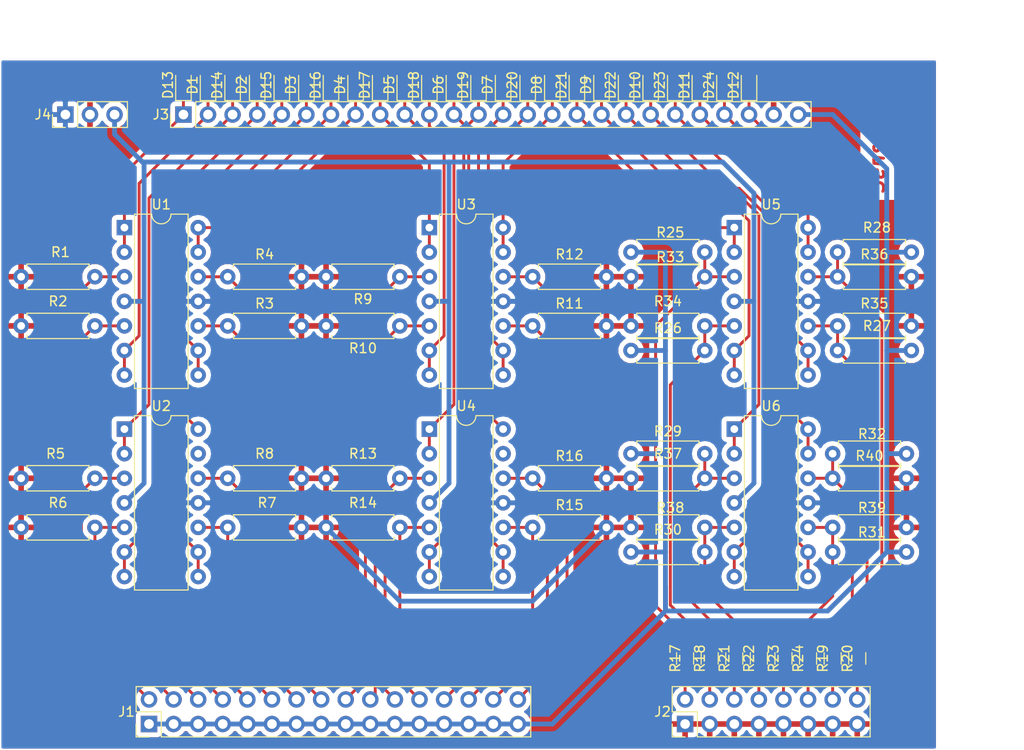
<source format=kicad_pcb>
(kicad_pcb (version 4) (host pcbnew 4.0.6)
  (layers (0 F.Cu signal) (31 B.Cu signal) (34 B.Paste user) (35 F.Paste user) (36 B.SilkS user) (37 F.SilkS user) (38 B.Mask user) (39 F.Mask user) (44 Edge.Cuts user))
  (net 0 "")
  (net 1 VCC)
  (net 2 U1A)
  (net 3 U1B)
  (net 4 U1C)
  (net 5 U1D)
  (net 6 U2A)
  (net 7 U2B)
  (net 8 U2C)
  (net 9 U2D)
  (net 10 U3A)
  (net 11 U3B)
  (net 12 U3C)
  (net 13 U3D)
  (net 14 U4A)
  (net 15 U4B)
  (net 16 U4C)
  (net 17 U4D)
  (net 18 U5A)
  (net 19 U5B)
  (net 20 U5C)
  (net 21 U5D)
  (net 22 U6A)
  (net 23 U6B)
  (net 24 U6C)
  (net 25 U6D)
  (net 26 U1AOut)
  (net 27 U1BOut)
  (net 28 U1COut)
  (net 29 U1DOut)
  (net 30 U2AOut)
  (net 31 U2BOut)
  (net 32 U2COut)
  (net 33 U2DOut)
  (net 34 U3AOut)
  (net 35 U3BOut)
  (net 36 U3COut)
  (net 37 U3DOut)
  (net 38 U4AOut)
  (net 39 U4BOut)
  (net 40 U4COut)
  (net 41 U4DOut)
  (net 42 U5AOut)
  (net 43 U5BOut)
  (net 44 U5COut)
  (net 45 U5DOut)
  (net 46 U6AOut)
  (net 47 U6BOut)
  (net 48 U6COut)
  (net 49 U6DOut)
  (net 50 GND)
  (net 51 "Net-(R17-Pad1)")
  (net 52 "Net-(R18-Pad1)")
  (net 53 "Net-(R19-Pad1)")
  (net 54 "Net-(R20-Pad1)")
  (net 55 +5V)
  (net 56 VDD)
  (net 57 "Net-(R21-Pad1)")
  (net 58 "Net-(R22-Pad1)")
  (net 59 "Net-(R23-Pad1)")
  (net 60 "Net-(R24-Pad1)")
  (module Pin_Headers:Pin_Header_Straight_1x26_Pitch2.54mm (layer F.Cu) (at 39.116 51.308 90)
    (fp_text reference J3 (at 0 -2.33 180) (layer F.SilkS))
    (fp_text value CONN_01X26)
    (pad 1 thru_hole rect (at 0 0 90) (size 1.7 1.7) (drill 1) (layers *.Cu *.Mask) (net 26 U1AOut))
    (pad 2 thru_hole oval (at 0 2.54 90) (size 1.7 1.7) (drill 1) (layers *.Cu *.Mask) (net 27 U1BOut))
    (pad 3 thru_hole oval (at 0 5.08 90) (size 1.7 1.7) (drill 1) (layers *.Cu *.Mask) (net 30 U2AOut))
    (pad 4 thru_hole oval (at 0 7.62 90) (size 1.7 1.7) (drill 1) (layers *.Cu *.Mask) (net 31 U2BOut))
    (pad 5 thru_hole oval (at 0 10.16 90) (size 1.7 1.7) (drill 1) (layers *.Cu *.Mask) (net 32 U2COut))
    (pad 6 thru_hole oval (at 0 12.7 90) (size 1.7 1.7) (drill 1) (layers *.Cu *.Mask) (net 33 U2DOut))
    (pad 7 thru_hole oval (at 0 15.24 90) (size 1.7 1.7) (drill 1) (layers *.Cu *.Mask) (net 28 U1COut))
    (pad 8 thru_hole oval (at 0 17.78 90) (size 1.7 1.7) (drill 1) (layers *.Cu *.Mask) (net 29 U1DOut))
    (pad 9 thru_hole oval (at 0 20.32 90) (size 1.7 1.7) (drill 1) (layers *.Cu *.Mask) (net 34 U3AOut))
    (pad 10 thru_hole oval (at 0 22.86 90) (size 1.7 1.7) (drill 1) (layers *.Cu *.Mask) (net 35 U3BOut))
    (pad 11 thru_hole oval (at 0 25.4 90) (size 1.7 1.7) (drill 1) (layers *.Cu *.Mask) (net 38 U4AOut))
    (pad 12 thru_hole oval (at 0 27.94 90) (size 1.7 1.7) (drill 1) (layers *.Cu *.Mask) (net 39 U4BOut))
    (pad 13 thru_hole oval (at 0 30.48 90) (size 1.7 1.7) (drill 1) (layers *.Cu *.Mask) (net 40 U4COut))
    (pad 14 thru_hole oval (at 0 33.02 90) (size 1.7 1.7) (drill 1) (layers *.Cu *.Mask) (net 41 U4DOut))
    (pad 15 thru_hole oval (at 0 35.56 90) (size 1.7 1.7) (drill 1) (layers *.Cu *.Mask) (net 36 U3COut))
    (pad 16 thru_hole oval (at 0 38.1 90) (size 1.7 1.7) (drill 1) (layers *.Cu *.Mask) (net 37 U3DOut))
    (pad 17 thru_hole oval (at 0 40.64 90) (size 1.7 1.7) (drill 1) (layers *.Cu *.Mask) (net 42 U5AOut))
    (pad 18 thru_hole oval (at 0 43.18 90) (size 1.7 1.7) (drill 1) (layers *.Cu *.Mask) (net 43 U5BOut))
    (pad 19 thru_hole oval (at 0 45.72 90) (size 1.7 1.7) (drill 1) (layers *.Cu *.Mask) (net 46 U6AOut))
    (pad 20 thru_hole oval (at 0 48.26 90) (size 1.7 1.7) (drill 1) (layers *.Cu *.Mask) (net 47 U6BOut))
    (pad 21 thru_hole oval (at 0 50.8 90) (size 1.7 1.7) (drill 1) (layers *.Cu *.Mask) (net 48 U6COut))
    (pad 22 thru_hole oval (at 0 53.34 90) (size 1.7 1.7) (drill 1) (layers *.Cu *.Mask) (net 49 U6DOut))
    (pad 23 thru_hole oval (at 0 55.88 90) (size 1.7 1.7) (drill 1) (layers *.Cu *.Mask) (net 44 U5COut))
    (pad 24 thru_hole oval (at 0 58.42 90) (size 1.7 1.7) (drill 1) (layers *.Cu *.Mask) (net 45 U5DOut))
    (pad 25 thru_hole oval (at 0 60.96 90) (size 1.7 1.7) (drill 1) (layers *.Cu *.Mask) (net 50 GND))
    (pad 26 thru_hole oval (at 0 63.5 90) (size 1.7 1.7) (drill 1) (layers *.Cu *.Mask) (net 55 +5V))
  )
  (module Housings_DIP:DIP-14_W7.62mm (layer F.Cu) (at 96.012 83.82)
    (fp_text reference U6 (at 3.81 -2.39) (layer F.SilkS))
    (fp_text value ~)
    (pad 1 thru_hole rect (at 0 0) (size 1.6 1.6) (drill 0.8) (layers *.Cu *.Mask) (net 46 U6AOut))
    (pad 8 thru_hole oval (at 7.62 15.24) (size 1.6 1.6) (drill 0.8) (layers *.Cu *.Mask) (net 48 U6COut))
    (pad 2 thru_hole oval (at 0 2.54) (size 1.6 1.6) (drill 0.8) (layers *.Cu *.Mask) (net 46 U6AOut))
    (pad 9 thru_hole oval (at 7.62 12.7) (size 1.6 1.6) (drill 0.8) (layers *.Cu *.Mask) (net 48 U6COut))
    (pad 3 thru_hole oval (at 0 5.08) (size 1.6 1.6) (drill 0.8) (layers *.Cu *.Mask) (net 57 "Net-(R21-Pad1)"))
    (pad 10 thru_hole oval (at 7.62 10.16) (size 1.6 1.6) (drill 0.8) (layers *.Cu *.Mask) (net 59 "Net-(R23-Pad1)"))
    (pad 4 thru_hole oval (at 0 7.62) (size 1.6 1.6) (drill 0.8) (layers *.Cu *.Mask) (net 1 VCC))
    (pad 11 thru_hole oval (at 7.62 7.62) (size 1.6 1.6) (drill 0.8) (layers *.Cu *.Mask) (net 56 VDD))
    (pad 5 thru_hole oval (at 0 10.16) (size 1.6 1.6) (drill 0.8) (layers *.Cu *.Mask) (net 58 "Net-(R22-Pad1)"))
    (pad 12 thru_hole oval (at 7.62 5.08) (size 1.6 1.6) (drill 0.8) (layers *.Cu *.Mask) (net 60 "Net-(R24-Pad1)"))
    (pad 6 thru_hole oval (at 0 12.7) (size 1.6 1.6) (drill 0.8) (layers *.Cu *.Mask) (net 47 U6BOut))
    (pad 13 thru_hole oval (at 7.62 2.54) (size 1.6 1.6) (drill 0.8) (layers *.Cu *.Mask) (net 49 U6DOut))
    (pad 7 thru_hole oval (at 0 15.24) (size 1.6 1.6) (drill 0.8) (layers *.Cu *.Mask) (net 47 U6BOut))
    (pad 14 thru_hole oval (at 7.62 0) (size 1.6 1.6) (drill 0.8) (layers *.Cu *.Mask) (net 49 U6DOut))
  )
  (module Pin_Headers:Pin_Header_Straight_2x16_Pitch2.54mm (layer F.Cu) (at 35.56 114.3 90)
    (fp_text reference J1 (at 1.27 -2.33 180) (layer F.SilkS))
    (fp_text value CONN_02X16)
    (pad 1 thru_hole rect (at 0 0 90) (size 1.7 1.7) (drill 1) (layers *.Cu *.Mask) (net 55 +5V))
    (pad 2 thru_hole oval (at 2.54 0 90) (size 1.7 1.7) (drill 1) (layers *.Cu *.Mask) (net 2 U1A))
    (pad 3 thru_hole oval (at 0 2.54 90) (size 1.7 1.7) (drill 1) (layers *.Cu *.Mask) (net 55 +5V))
    (pad 4 thru_hole oval (at 2.54 2.54 90) (size 1.7 1.7) (drill 1) (layers *.Cu *.Mask) (net 3 U1B))
    (pad 5 thru_hole oval (at 0 5.08 90) (size 1.7 1.7) (drill 1) (layers *.Cu *.Mask) (net 55 +5V))
    (pad 6 thru_hole oval (at 2.54 5.08 90) (size 1.7 1.7) (drill 1) (layers *.Cu *.Mask) (net 6 U2A))
    (pad 7 thru_hole oval (at 0 7.62 90) (size 1.7 1.7) (drill 1) (layers *.Cu *.Mask) (net 55 +5V))
    (pad 8 thru_hole oval (at 2.54 7.62 90) (size 1.7 1.7) (drill 1) (layers *.Cu *.Mask) (net 7 U2B))
    (pad 9 thru_hole oval (at 0 10.16 90) (size 1.7 1.7) (drill 1) (layers *.Cu *.Mask) (net 55 +5V))
    (pad 10 thru_hole oval (at 2.54 10.16 90) (size 1.7 1.7) (drill 1) (layers *.Cu *.Mask) (net 8 U2C))
    (pad 11 thru_hole oval (at 0 12.7 90) (size 1.7 1.7) (drill 1) (layers *.Cu *.Mask) (net 55 +5V))
    (pad 12 thru_hole oval (at 2.54 12.7 90) (size 1.7 1.7) (drill 1) (layers *.Cu *.Mask) (net 9 U2D))
    (pad 13 thru_hole oval (at 0 15.24 90) (size 1.7 1.7) (drill 1) (layers *.Cu *.Mask) (net 55 +5V))
    (pad 14 thru_hole oval (at 2.54 15.24 90) (size 1.7 1.7) (drill 1) (layers *.Cu *.Mask) (net 4 U1C))
    (pad 15 thru_hole oval (at 0 17.78 90) (size 1.7 1.7) (drill 1) (layers *.Cu *.Mask) (net 55 +5V))
    (pad 16 thru_hole oval (at 2.54 17.78 90) (size 1.7 1.7) (drill 1) (layers *.Cu *.Mask) (net 5 U1D))
    (pad 17 thru_hole oval (at 0 20.32 90) (size 1.7 1.7) (drill 1) (layers *.Cu *.Mask) (net 55 +5V))
    (pad 18 thru_hole oval (at 2.54 20.32 90) (size 1.7 1.7) (drill 1) (layers *.Cu *.Mask) (net 10 U3A))
    (pad 19 thru_hole oval (at 0 22.86 90) (size 1.7 1.7) (drill 1) (layers *.Cu *.Mask) (net 55 +5V))
    (pad 20 thru_hole oval (at 2.54 22.86 90) (size 1.7 1.7) (drill 1) (layers *.Cu *.Mask) (net 11 U3B))
    (pad 21 thru_hole oval (at 0 25.4 90) (size 1.7 1.7) (drill 1) (layers *.Cu *.Mask) (net 55 +5V))
    (pad 22 thru_hole oval (at 2.54 25.4 90) (size 1.7 1.7) (drill 1) (layers *.Cu *.Mask) (net 14 U4A))
    (pad 23 thru_hole oval (at 0 27.94 90) (size 1.7 1.7) (drill 1) (layers *.Cu *.Mask) (net 55 +5V))
    (pad 24 thru_hole oval (at 2.54 27.94 90) (size 1.7 1.7) (drill 1) (layers *.Cu *.Mask) (net 15 U4B))
    (pad 25 thru_hole oval (at 0 30.48 90) (size 1.7 1.7) (drill 1) (layers *.Cu *.Mask) (net 55 +5V))
    (pad 26 thru_hole oval (at 2.54 30.48 90) (size 1.7 1.7) (drill 1) (layers *.Cu *.Mask) (net 16 U4C))
    (pad 27 thru_hole oval (at 0 33.02 90) (size 1.7 1.7) (drill 1) (layers *.Cu *.Mask) (net 55 +5V))
    (pad 28 thru_hole oval (at 2.54 33.02 90) (size 1.7 1.7) (drill 1) (layers *.Cu *.Mask) (net 17 U4D))
    (pad 29 thru_hole oval (at 0 35.56 90) (size 1.7 1.7) (drill 1) (layers *.Cu *.Mask) (net 55 +5V))
    (pad 30 thru_hole oval (at 2.54 35.56 90) (size 1.7 1.7) (drill 1) (layers *.Cu *.Mask) (net 12 U3C))
    (pad 31 thru_hole oval (at 0 38.1 90) (size 1.7 1.7) (drill 1) (layers *.Cu *.Mask) (net 55 +5V))
    (pad 32 thru_hole oval (at 2.54 38.1 90) (size 1.7 1.7) (drill 1) (layers *.Cu *.Mask) (net 13 U3D))
  )
  (module Pin_Headers:Pin_Header_Straight_2x08_Pitch2.54mm (layer F.Cu) (at 90.932 114.3 90)
    (fp_text reference J2 (at 1.27 -2.33 180) (layer F.SilkS))
    (fp_text value CONN_02X08)
    (pad 1 thru_hole rect (at 0 0 90) (size 1.7 1.7) (drill 1) (layers *.Cu *.Mask) (net 50 GND))
    (pad 2 thru_hole oval (at 2.54 0 90) (size 1.7 1.7) (drill 1) (layers *.Cu *.Mask) (net 18 U5A))
    (pad 3 thru_hole oval (at 0 2.54 90) (size 1.7 1.7) (drill 1) (layers *.Cu *.Mask) (net 50 GND))
    (pad 4 thru_hole oval (at 2.54 2.54 90) (size 1.7 1.7) (drill 1) (layers *.Cu *.Mask) (net 19 U5B))
    (pad 5 thru_hole oval (at 0 5.08 90) (size 1.7 1.7) (drill 1) (layers *.Cu *.Mask) (net 50 GND))
    (pad 6 thru_hole oval (at 2.54 5.08 90) (size 1.7 1.7) (drill 1) (layers *.Cu *.Mask) (net 22 U6A))
    (pad 7 thru_hole oval (at 0 7.62 90) (size 1.7 1.7) (drill 1) (layers *.Cu *.Mask) (net 50 GND))
    (pad 8 thru_hole oval (at 2.54 7.62 90) (size 1.7 1.7) (drill 1) (layers *.Cu *.Mask) (net 23 U6B))
    (pad 9 thru_hole oval (at 0 10.16 90) (size 1.7 1.7) (drill 1) (layers *.Cu *.Mask) (net 50 GND))
    (pad 10 thru_hole oval (at 2.54 10.16 90) (size 1.7 1.7) (drill 1) (layers *.Cu *.Mask) (net 24 U6C))
    (pad 11 thru_hole oval (at 0 12.7 90) (size 1.7 1.7) (drill 1) (layers *.Cu *.Mask) (net 50 GND))
    (pad 12 thru_hole oval (at 2.54 12.7 90) (size 1.7 1.7) (drill 1) (layers *.Cu *.Mask) (net 25 U6D))
    (pad 13 thru_hole oval (at 0 15.24 90) (size 1.7 1.7) (drill 1) (layers *.Cu *.Mask) (net 50 GND))
    (pad 14 thru_hole oval (at 2.54 15.24 90) (size 1.7 1.7) (drill 1) (layers *.Cu *.Mask) (net 20 U5C))
    (pad 15 thru_hole oval (at 0 17.78 90) (size 1.7 1.7) (drill 1) (layers *.Cu *.Mask) (net 50 GND))
    (pad 16 thru_hole oval (at 2.54 17.78 90) (size 1.7 1.7) (drill 1) (layers *.Cu *.Mask) (net 21 U5D))
  )
  (module Housings_DIP:DIP-14_W7.62mm (layer F.Cu) (at 33.02 62.992)
    (fp_text reference U1 (at 3.81 -2.39) (layer F.SilkS))
    (fp_text value ~)
    (pad 1 thru_hole rect (at 0 0) (size 1.6 1.6) (drill 0.8) (layers *.Cu *.Mask) (net 26 U1AOut))
    (pad 8 thru_hole oval (at 7.62 15.24) (size 1.6 1.6) (drill 0.8) (layers *.Cu *.Mask) (net 28 U1COut))
    (pad 2 thru_hole oval (at 0 2.54) (size 1.6 1.6) (drill 0.8) (layers *.Cu *.Mask) (net 26 U1AOut))
    (pad 9 thru_hole oval (at 7.62 12.7) (size 1.6 1.6) (drill 0.8) (layers *.Cu *.Mask) (net 28 U1COut))
    (pad 3 thru_hole oval (at 0 5.08) (size 1.6 1.6) (drill 0.8) (layers *.Cu *.Mask) (net 2 U1A))
    (pad 10 thru_hole oval (at 7.62 10.16) (size 1.6 1.6) (drill 0.8) (layers *.Cu *.Mask) (net 4 U1C))
    (pad 4 thru_hole oval (at 0 7.62) (size 1.6 1.6) (drill 0.8) (layers *.Cu *.Mask) (net 1 VCC))
    (pad 11 thru_hole oval (at 7.62 7.62) (size 1.6 1.6) (drill 0.8) (layers *.Cu *.Mask) (net 56 VDD))
    (pad 5 thru_hole oval (at 0 10.16) (size 1.6 1.6) (drill 0.8) (layers *.Cu *.Mask) (net 3 U1B))
    (pad 12 thru_hole oval (at 7.62 5.08) (size 1.6 1.6) (drill 0.8) (layers *.Cu *.Mask) (net 5 U1D))
    (pad 6 thru_hole oval (at 0 12.7) (size 1.6 1.6) (drill 0.8) (layers *.Cu *.Mask) (net 27 U1BOut))
    (pad 13 thru_hole oval (at 7.62 2.54) (size 1.6 1.6) (drill 0.8) (layers *.Cu *.Mask) (net 29 U1DOut))
    (pad 7 thru_hole oval (at 0 15.24) (size 1.6 1.6) (drill 0.8) (layers *.Cu *.Mask) (net 27 U1BOut))
    (pad 14 thru_hole oval (at 7.62 0) (size 1.6 1.6) (drill 0.8) (layers *.Cu *.Mask) (net 29 U1DOut))
  )
  (module Housings_DIP:DIP-14_W7.62mm (layer F.Cu) (at 33.02 83.82)
    (fp_text reference U2 (at 3.81 -2.39) (layer F.SilkS))
    (fp_text value ~)
    (pad 1 thru_hole rect (at 0 0) (size 1.6 1.6) (drill 0.8) (layers *.Cu *.Mask) (net 30 U2AOut))
    (pad 8 thru_hole oval (at 7.62 15.24) (size 1.6 1.6) (drill 0.8) (layers *.Cu *.Mask) (net 32 U2COut))
    (pad 2 thru_hole oval (at 0 2.54) (size 1.6 1.6) (drill 0.8) (layers *.Cu *.Mask) (net 30 U2AOut))
    (pad 9 thru_hole oval (at 7.62 12.7) (size 1.6 1.6) (drill 0.8) (layers *.Cu *.Mask) (net 32 U2COut))
    (pad 3 thru_hole oval (at 0 5.08) (size 1.6 1.6) (drill 0.8) (layers *.Cu *.Mask) (net 6 U2A))
    (pad 10 thru_hole oval (at 7.62 10.16) (size 1.6 1.6) (drill 0.8) (layers *.Cu *.Mask) (net 8 U2C))
    (pad 4 thru_hole oval (at 0 7.62) (size 1.6 1.6) (drill 0.8) (layers *.Cu *.Mask) (net 1 VCC))
    (pad 11 thru_hole oval (at 7.62 7.62) (size 1.6 1.6) (drill 0.8) (layers *.Cu *.Mask) (net 56 VDD))
    (pad 5 thru_hole oval (at 0 10.16) (size 1.6 1.6) (drill 0.8) (layers *.Cu *.Mask) (net 7 U2B))
    (pad 12 thru_hole oval (at 7.62 5.08) (size 1.6 1.6) (drill 0.8) (layers *.Cu *.Mask) (net 9 U2D))
    (pad 6 thru_hole oval (at 0 12.7) (size 1.6 1.6) (drill 0.8) (layers *.Cu *.Mask) (net 31 U2BOut))
    (pad 13 thru_hole oval (at 7.62 2.54) (size 1.6 1.6) (drill 0.8) (layers *.Cu *.Mask) (net 33 U2DOut))
    (pad 7 thru_hole oval (at 0 15.24) (size 1.6 1.6) (drill 0.8) (layers *.Cu *.Mask) (net 31 U2BOut))
    (pad 14 thru_hole oval (at 7.62 0) (size 1.6 1.6) (drill 0.8) (layers *.Cu *.Mask) (net 33 U2DOut))
  )
  (module Housings_DIP:DIP-14_W7.62mm (layer F.Cu) (at 64.516 62.992)
    (fp_text reference U3 (at 3.81 -2.39) (layer F.SilkS))
    (fp_text value ~)
    (pad 1 thru_hole rect (at 0 0) (size 1.6 1.6) (drill 0.8) (layers *.Cu *.Mask) (net 34 U3AOut))
    (pad 8 thru_hole oval (at 7.62 15.24) (size 1.6 1.6) (drill 0.8) (layers *.Cu *.Mask) (net 36 U3COut))
    (pad 2 thru_hole oval (at 0 2.54) (size 1.6 1.6) (drill 0.8) (layers *.Cu *.Mask) (net 34 U3AOut))
    (pad 9 thru_hole oval (at 7.62 12.7) (size 1.6 1.6) (drill 0.8) (layers *.Cu *.Mask) (net 36 U3COut))
    (pad 3 thru_hole oval (at 0 5.08) (size 1.6 1.6) (drill 0.8) (layers *.Cu *.Mask) (net 10 U3A))
    (pad 10 thru_hole oval (at 7.62 10.16) (size 1.6 1.6) (drill 0.8) (layers *.Cu *.Mask) (net 12 U3C))
    (pad 4 thru_hole oval (at 0 7.62) (size 1.6 1.6) (drill 0.8) (layers *.Cu *.Mask) (net 1 VCC))
    (pad 11 thru_hole oval (at 7.62 7.62) (size 1.6 1.6) (drill 0.8) (layers *.Cu *.Mask) (net 56 VDD))
    (pad 5 thru_hole oval (at 0 10.16) (size 1.6 1.6) (drill 0.8) (layers *.Cu *.Mask) (net 11 U3B))
    (pad 12 thru_hole oval (at 7.62 5.08) (size 1.6 1.6) (drill 0.8) (layers *.Cu *.Mask) (net 13 U3D))
    (pad 6 thru_hole oval (at 0 12.7) (size 1.6 1.6) (drill 0.8) (layers *.Cu *.Mask) (net 35 U3BOut))
    (pad 13 thru_hole oval (at 7.62 2.54) (size 1.6 1.6) (drill 0.8) (layers *.Cu *.Mask) (net 37 U3DOut))
    (pad 7 thru_hole oval (at 0 15.24) (size 1.6 1.6) (drill 0.8) (layers *.Cu *.Mask) (net 35 U3BOut))
    (pad 14 thru_hole oval (at 7.62 0) (size 1.6 1.6) (drill 0.8) (layers *.Cu *.Mask) (net 37 U3DOut))
  )
  (module Housings_DIP:DIP-14_W7.62mm (layer F.Cu) (at 64.516 83.82)
    (fp_text reference U4 (at 3.81 -2.39) (layer F.SilkS))
    (fp_text value ~)
    (pad 1 thru_hole rect (at 0 0) (size 1.6 1.6) (drill 0.8) (layers *.Cu *.Mask) (net 38 U4AOut))
    (pad 8 thru_hole oval (at 7.62 15.24) (size 1.6 1.6) (drill 0.8) (layers *.Cu *.Mask) (net 40 U4COut))
    (pad 2 thru_hole oval (at 0 2.54) (size 1.6 1.6) (drill 0.8) (layers *.Cu *.Mask) (net 38 U4AOut))
    (pad 9 thru_hole oval (at 7.62 12.7) (size 1.6 1.6) (drill 0.8) (layers *.Cu *.Mask) (net 40 U4COut))
    (pad 3 thru_hole oval (at 0 5.08) (size 1.6 1.6) (drill 0.8) (layers *.Cu *.Mask) (net 14 U4A))
    (pad 10 thru_hole oval (at 7.62 10.16) (size 1.6 1.6) (drill 0.8) (layers *.Cu *.Mask) (net 16 U4C))
    (pad 4 thru_hole oval (at 0 7.62) (size 1.6 1.6) (drill 0.8) (layers *.Cu *.Mask) (net 1 VCC))
    (pad 11 thru_hole oval (at 7.62 7.62) (size 1.6 1.6) (drill 0.8) (layers *.Cu *.Mask) (net 56 VDD))
    (pad 5 thru_hole oval (at 0 10.16) (size 1.6 1.6) (drill 0.8) (layers *.Cu *.Mask) (net 15 U4B))
    (pad 12 thru_hole oval (at 7.62 5.08) (size 1.6 1.6) (drill 0.8) (layers *.Cu *.Mask) (net 17 U4D))
    (pad 6 thru_hole oval (at 0 12.7) (size 1.6 1.6) (drill 0.8) (layers *.Cu *.Mask) (net 39 U4BOut))
    (pad 13 thru_hole oval (at 7.62 2.54) (size 1.6 1.6) (drill 0.8) (layers *.Cu *.Mask) (net 41 U4DOut))
    (pad 7 thru_hole oval (at 0 15.24) (size 1.6 1.6) (drill 0.8) (layers *.Cu *.Mask) (net 39 U4BOut))
    (pad 14 thru_hole oval (at 7.62 0) (size 1.6 1.6) (drill 0.8) (layers *.Cu *.Mask) (net 41 U4DOut))
  )
  (module Housings_DIP:DIP-14_W7.62mm (layer F.Cu) (at 96.012 62.992)
    (fp_text reference U5 (at 3.81 -2.39) (layer F.SilkS))
    (fp_text value ~)
    (pad 1 thru_hole rect (at 0 0) (size 1.6 1.6) (drill 0.8) (layers *.Cu *.Mask) (net 42 U5AOut))
    (pad 8 thru_hole oval (at 7.62 15.24) (size 1.6 1.6) (drill 0.8) (layers *.Cu *.Mask) (net 44 U5COut))
    (pad 2 thru_hole oval (at 0 2.54) (size 1.6 1.6) (drill 0.8) (layers *.Cu *.Mask) (net 42 U5AOut))
    (pad 9 thru_hole oval (at 7.62 12.7) (size 1.6 1.6) (drill 0.8) (layers *.Cu *.Mask) (net 44 U5COut))
    (pad 3 thru_hole oval (at 0 5.08) (size 1.6 1.6) (drill 0.8) (layers *.Cu *.Mask) (net 51 "Net-(R17-Pad1)"))
    (pad 10 thru_hole oval (at 7.62 10.16) (size 1.6 1.6) (drill 0.8) (layers *.Cu *.Mask) (net 53 "Net-(R19-Pad1)"))
    (pad 4 thru_hole oval (at 0 7.62) (size 1.6 1.6) (drill 0.8) (layers *.Cu *.Mask) (net 1 VCC))
    (pad 11 thru_hole oval (at 7.62 7.62) (size 1.6 1.6) (drill 0.8) (layers *.Cu *.Mask) (net 56 VDD))
    (pad 5 thru_hole oval (at 0 10.16) (size 1.6 1.6) (drill 0.8) (layers *.Cu *.Mask) (net 52 "Net-(R18-Pad1)"))
    (pad 12 thru_hole oval (at 7.62 5.08) (size 1.6 1.6) (drill 0.8) (layers *.Cu *.Mask) (net 54 "Net-(R20-Pad1)"))
    (pad 6 thru_hole oval (at 0 12.7) (size 1.6 1.6) (drill 0.8) (layers *.Cu *.Mask) (net 43 U5BOut))
    (pad 13 thru_hole oval (at 7.62 2.54) (size 1.6 1.6) (drill 0.8) (layers *.Cu *.Mask) (net 45 U5DOut))
    (pad 7 thru_hole oval (at 0 15.24) (size 1.6 1.6) (drill 0.8) (layers *.Cu *.Mask) (net 43 U5BOut))
    (pad 14 thru_hole oval (at 7.62 0) (size 1.6 1.6) (drill 0.8) (layers *.Cu *.Mask) (net 45 U5DOut))
  )
  (module Resistors_THT:R_Axial_DIN0207_L6.3mm_D2.5mm_P7.62mm_Horizontal (layer F.Cu) (at 29.972 68.072 180)
    (fp_text reference R1 (at 3.556 2.54 180) (layer F.SilkS))
    (fp_text value ~)
    (pad 1 thru_hole circle (at 0 0 180) (size 1.6 1.6) (drill 0.8) (layers *.Cu *.Mask) (net 2 U1A))
    (pad 2 thru_hole oval (at 7.62 0 180) (size 1.6 1.6) (drill 0.8) (layers *.Cu *.Mask) (net 50 GND))
  )
  (module Resistors_THT:R_Axial_DIN0207_L6.3mm_D2.5mm_P7.62mm_Horizontal (layer F.Cu) (at 29.972 73.152 180)
    (fp_text reference R2 (at 3.81 2.54 180) (layer F.SilkS))
    (fp_text value ~)
    (pad 1 thru_hole circle (at 0 0 180) (size 1.6 1.6) (drill 0.8) (layers *.Cu *.Mask) (net 3 U1B))
    (pad 2 thru_hole oval (at 7.62 0 180) (size 1.6 1.6) (drill 0.8) (layers *.Cu *.Mask) (net 50 GND))
  )
  (module Resistors_THT:R_Axial_DIN0207_L6.3mm_D2.5mm_P7.62mm_Horizontal (layer F.Cu) (at 43.688 73.152)
    (fp_text reference R3 (at 3.81 -2.31) (layer F.SilkS))
    (fp_text value ~)
    (pad 1 thru_hole circle (at 0 0) (size 1.6 1.6) (drill 0.8) (layers *.Cu *.Mask) (net 4 U1C))
    (pad 2 thru_hole oval (at 7.62 0) (size 1.6 1.6) (drill 0.8) (layers *.Cu *.Mask) (net 50 GND))
  )
  (module Resistors_THT:R_Axial_DIN0207_L6.3mm_D2.5mm_P7.62mm_Horizontal (layer F.Cu) (at 43.688 68.072)
    (fp_text reference R4 (at 3.81 -2.31) (layer F.SilkS))
    (fp_text value ~)
    (pad 1 thru_hole circle (at 0 0) (size 1.6 1.6) (drill 0.8) (layers *.Cu *.Mask) (net 5 U1D))
    (pad 2 thru_hole oval (at 7.62 0) (size 1.6 1.6) (drill 0.8) (layers *.Cu *.Mask) (net 50 GND))
  )
  (module Resistors_THT:R_Axial_DIN0207_L6.3mm_D2.5mm_P7.62mm_Horizontal (layer F.Cu) (at 29.972 88.9 180)
    (fp_text reference R5 (at 4.064 2.54 180) (layer F.SilkS))
    (fp_text value ~)
    (pad 1 thru_hole circle (at 0 0 180) (size 1.6 1.6) (drill 0.8) (layers *.Cu *.Mask) (net 6 U2A))
    (pad 2 thru_hole oval (at 7.62 0 180) (size 1.6 1.6) (drill 0.8) (layers *.Cu *.Mask) (net 50 GND))
  )
  (module Resistors_THT:R_Axial_DIN0207_L6.3mm_D2.5mm_P7.62mm_Horizontal (layer F.Cu) (at 29.972 93.98 180)
    (fp_text reference R6 (at 3.81 2.54 180) (layer F.SilkS))
    (fp_text value ~)
    (pad 1 thru_hole circle (at 0 0 180) (size 1.6 1.6) (drill 0.8) (layers *.Cu *.Mask) (net 7 U2B))
    (pad 2 thru_hole oval (at 7.62 0 180) (size 1.6 1.6) (drill 0.8) (layers *.Cu *.Mask) (net 50 GND))
  )
  (module Resistors_THT:R_Axial_DIN0207_L6.3mm_D2.5mm_P7.62mm_Horizontal (layer F.Cu) (at 43.688 93.98)
    (fp_text reference R7 (at 4.064 -2.54) (layer F.SilkS))
    (fp_text value ~)
    (pad 1 thru_hole circle (at 0 0) (size 1.6 1.6) (drill 0.8) (layers *.Cu *.Mask) (net 8 U2C))
    (pad 2 thru_hole oval (at 7.62 0) (size 1.6 1.6) (drill 0.8) (layers *.Cu *.Mask) (net 50 GND))
  )
  (module Resistors_THT:R_Axial_DIN0207_L6.3mm_D2.5mm_P7.62mm_Horizontal (layer F.Cu) (at 43.688 88.9)
    (fp_text reference R8 (at 3.81 -2.54) (layer F.SilkS))
    (fp_text value ~)
    (pad 1 thru_hole circle (at 0 0) (size 1.6 1.6) (drill 0.8) (layers *.Cu *.Mask) (net 9 U2D))
    (pad 2 thru_hole oval (at 7.62 0) (size 1.6 1.6) (drill 0.8) (layers *.Cu *.Mask) (net 50 GND))
  )
  (module Resistors_THT:R_Axial_DIN0207_L6.3mm_D2.5mm_P7.62mm_Horizontal (layer F.Cu) (at 61.468 68.072 180)
    (fp_text reference R9 (at 3.81 -2.31 180) (layer F.SilkS))
    (fp_text value ~)
    (pad 1 thru_hole circle (at 0 0 180) (size 1.6 1.6) (drill 0.8) (layers *.Cu *.Mask) (net 10 U3A))
    (pad 2 thru_hole oval (at 7.62 0 180) (size 1.6 1.6) (drill 0.8) (layers *.Cu *.Mask) (net 50 GND))
  )
  (module Resistors_THT:R_Axial_DIN0207_L6.3mm_D2.5mm_P7.62mm_Horizontal (layer F.Cu) (at 61.468 73.152 180)
    (fp_text reference R10 (at 3.81 -2.31 180) (layer F.SilkS))
    (fp_text value ~)
    (pad 1 thru_hole circle (at 0 0 180) (size 1.6 1.6) (drill 0.8) (layers *.Cu *.Mask) (net 11 U3B))
    (pad 2 thru_hole oval (at 7.62 0 180) (size 1.6 1.6) (drill 0.8) (layers *.Cu *.Mask) (net 50 GND))
  )
  (module Resistors_THT:R_Axial_DIN0207_L6.3mm_D2.5mm_P7.62mm_Horizontal (layer F.Cu) (at 75.184 73.152)
    (fp_text reference R11 (at 3.81 -2.31) (layer F.SilkS))
    (fp_text value ~)
    (pad 1 thru_hole circle (at 0 0) (size 1.6 1.6) (drill 0.8) (layers *.Cu *.Mask) (net 12 U3C))
    (pad 2 thru_hole oval (at 7.62 0) (size 1.6 1.6) (drill 0.8) (layers *.Cu *.Mask) (net 50 GND))
  )
  (module Resistors_THT:R_Axial_DIN0207_L6.3mm_D2.5mm_P7.62mm_Horizontal (layer F.Cu) (at 75.184 68.072)
    (fp_text reference R12 (at 3.81 -2.31) (layer F.SilkS))
    (fp_text value ~)
    (pad 1 thru_hole circle (at 0 0) (size 1.6 1.6) (drill 0.8) (layers *.Cu *.Mask) (net 13 U3D))
    (pad 2 thru_hole oval (at 7.62 0) (size 1.6 1.6) (drill 0.8) (layers *.Cu *.Mask) (net 50 GND))
  )
  (module Resistors_THT:R_Axial_DIN0207_L6.3mm_D2.5mm_P7.62mm_Horizontal (layer F.Cu) (at 61.468 88.9 180)
    (fp_text reference R13 (at 3.81 2.54 180) (layer F.SilkS))
    (fp_text value ~)
    (pad 1 thru_hole circle (at 0 0 180) (size 1.6 1.6) (drill 0.8) (layers *.Cu *.Mask) (net 14 U4A))
    (pad 2 thru_hole oval (at 7.62 0 180) (size 1.6 1.6) (drill 0.8) (layers *.Cu *.Mask) (net 50 GND))
  )
  (module Resistors_THT:R_Axial_DIN0207_L6.3mm_D2.5mm_P7.62mm_Horizontal (layer F.Cu) (at 61.468 93.98 180)
    (fp_text reference R14 (at 3.81 2.54 180) (layer F.SilkS))
    (fp_text value ~)
    (pad 1 thru_hole circle (at 0 0 180) (size 1.6 1.6) (drill 0.8) (layers *.Cu *.Mask) (net 15 U4B))
    (pad 2 thru_hole oval (at 7.62 0 180) (size 1.6 1.6) (drill 0.8) (layers *.Cu *.Mask) (net 50 GND))
  )
  (module Resistors_THT:R_Axial_DIN0207_L6.3mm_D2.5mm_P7.62mm_Horizontal (layer F.Cu) (at 75.184 93.98)
    (fp_text reference R15 (at 3.81 -2.31) (layer F.SilkS))
    (fp_text value ~)
    (pad 1 thru_hole circle (at 0 0) (size 1.6 1.6) (drill 0.8) (layers *.Cu *.Mask) (net 16 U4C))
    (pad 2 thru_hole oval (at 7.62 0) (size 1.6 1.6) (drill 0.8) (layers *.Cu *.Mask) (net 50 GND))
  )
  (module Resistors_THT:R_Axial_DIN0207_L6.3mm_D2.5mm_P7.62mm_Horizontal (layer F.Cu) (at 75.184 88.9)
    (fp_text reference R16 (at 3.81 -2.31) (layer F.SilkS))
    (fp_text value ~)
    (pad 1 thru_hole circle (at 0 0) (size 1.6 1.6) (drill 0.8) (layers *.Cu *.Mask) (net 17 U4D))
    (pad 2 thru_hole oval (at 7.62 0) (size 1.6 1.6) (drill 0.8) (layers *.Cu *.Mask) (net 50 GND))
  )
  (module Resistors_THT:R_Axial_DIN0207_L6.3mm_D2.5mm_P7.62mm_Horizontal (layer F.Cu) (at 85.344 65.532)
    (fp_text reference R25 (at 4.064 -2.032) (layer F.SilkS))
    (fp_text value ~)
    (pad 1 thru_hole circle (at 0 0) (size 1.6 1.6) (drill 0.8) (layers *.Cu *.Mask) (net 55 +5V))
    (pad 2 thru_hole oval (at 7.62 0) (size 1.6 1.6) (drill 0.8) (layers *.Cu *.Mask) (net 51 "Net-(R17-Pad1)"))
  )
  (module Resistors_THT:R_Axial_DIN0207_L6.3mm_D2.5mm_P7.62mm_Horizontal (layer F.Cu) (at 85.344 75.692)
    (fp_text reference R26 (at 3.81 -2.31) (layer F.SilkS))
    (fp_text value ~)
    (pad 1 thru_hole circle (at 0 0) (size 1.6 1.6) (drill 0.8) (layers *.Cu *.Mask) (net 55 +5V))
    (pad 2 thru_hole oval (at 7.62 0) (size 1.6 1.6) (drill 0.8) (layers *.Cu *.Mask) (net 52 "Net-(R18-Pad1)"))
  )
  (module Resistors_THT:R_Axial_DIN0207_L6.3mm_D2.5mm_P7.62mm_Horizontal (layer F.Cu) (at 114.3 75.692 180)
    (fp_text reference R27 (at 3.556 2.54 180) (layer F.SilkS))
    (fp_text value ~)
    (pad 1 thru_hole circle (at 0 0 180) (size 1.6 1.6) (drill 0.8) (layers *.Cu *.Mask) (net 55 +5V))
    (pad 2 thru_hole oval (at 7.62 0 180) (size 1.6 1.6) (drill 0.8) (layers *.Cu *.Mask) (net 53 "Net-(R19-Pad1)"))
  )
  (module Resistors_THT:R_Axial_DIN0207_L6.3mm_D2.5mm_P7.62mm_Horizontal (layer F.Cu) (at 114.3 65.532 180)
    (fp_text reference R28 (at 3.556 2.54 180) (layer F.SilkS))
    (fp_text value ~)
    (pad 1 thru_hole circle (at 0 0 180) (size 1.6 1.6) (drill 0.8) (layers *.Cu *.Mask) (net 55 +5V))
    (pad 2 thru_hole oval (at 7.62 0 180) (size 1.6 1.6) (drill 0.8) (layers *.Cu *.Mask) (net 54 "Net-(R20-Pad1)"))
  )
  (module Resistors_THT:R_Axial_DIN0207_L6.3mm_D2.5mm_P7.62mm_Horizontal (layer F.Cu) (at 92.964 68.072 180)
    (fp_text reference R33 (at 3.556 2.032 180) (layer F.SilkS))
    (fp_text value ~)
    (pad 1 thru_hole circle (at 0 0 180) (size 1.6 1.6) (drill 0.8) (layers *.Cu *.Mask) (net 51 "Net-(R17-Pad1)"))
    (pad 2 thru_hole oval (at 7.62 0 180) (size 1.6 1.6) (drill 0.8) (layers *.Cu *.Mask) (net 50 GND))
  )
  (module Resistors_THT:R_Axial_DIN0207_L6.3mm_D2.5mm_P7.62mm_Horizontal (layer F.Cu) (at 92.964 73.152 180)
    (fp_text reference R34 (at 3.81 2.54 180) (layer F.SilkS))
    (fp_text value ~)
    (pad 1 thru_hole circle (at 0 0 180) (size 1.6 1.6) (drill 0.8) (layers *.Cu *.Mask) (net 52 "Net-(R18-Pad1)"))
    (pad 2 thru_hole oval (at 7.62 0 180) (size 1.6 1.6) (drill 0.8) (layers *.Cu *.Mask) (net 50 GND))
  )
  (module Resistors_THT:R_Axial_DIN0207_L6.3mm_D2.5mm_P7.62mm_Horizontal (layer F.Cu) (at 106.68 73.152)
    (fp_text reference R35 (at 3.81 -2.31) (layer F.SilkS))
    (fp_text value ~)
    (pad 1 thru_hole circle (at 0 0) (size 1.6 1.6) (drill 0.8) (layers *.Cu *.Mask) (net 53 "Net-(R19-Pad1)"))
    (pad 2 thru_hole oval (at 7.62 0) (size 1.6 1.6) (drill 0.8) (layers *.Cu *.Mask) (net 50 GND))
  )
  (module Resistors_THT:R_Axial_DIN0207_L6.3mm_D2.5mm_P7.62mm_Horizontal (layer F.Cu) (at 106.68 68.072)
    (fp_text reference R36 (at 3.81 -2.31) (layer F.SilkS))
    (fp_text value ~)
    (pad 1 thru_hole circle (at 0 0) (size 1.6 1.6) (drill 0.8) (layers *.Cu *.Mask) (net 54 "Net-(R20-Pad1)"))
    (pad 2 thru_hole oval (at 7.62 0) (size 1.6 1.6) (drill 0.8) (layers *.Cu *.Mask) (net 50 GND))
  )
  (module Resistors_THT:R_Axial_DIN0207_L6.3mm_D2.5mm_P7.62mm_Horizontal (layer F.Cu) (at 92.964 88.9 180)
    (fp_text reference R37 (at 3.81 2.54 180) (layer F.SilkS))
    (fp_text value ~)
    (pad 1 thru_hole circle (at 0 0 180) (size 1.6 1.6) (drill 0.8) (layers *.Cu *.Mask) (net 57 "Net-(R21-Pad1)"))
    (pad 2 thru_hole oval (at 7.62 0 180) (size 1.6 1.6) (drill 0.8) (layers *.Cu *.Mask) (net 50 GND))
  )
  (module Resistors_THT:R_Axial_DIN0207_L6.3mm_D2.5mm_P7.62mm_Horizontal (layer F.Cu) (at 92.964 93.98 180)
    (fp_text reference R38 (at 3.556 2.032 180) (layer F.SilkS))
    (fp_text value ~)
    (pad 1 thru_hole circle (at 0 0 180) (size 1.6 1.6) (drill 0.8) (layers *.Cu *.Mask) (net 58 "Net-(R22-Pad1)"))
    (pad 2 thru_hole oval (at 7.62 0 180) (size 1.6 1.6) (drill 0.8) (layers *.Cu *.Mask) (net 50 GND))
  )
  (module Resistors_THT:R_Axial_DIN0207_L6.3mm_D2.5mm_P7.62mm_Horizontal (layer F.Cu) (at 106.172 93.98)
    (fp_text reference R39 (at 4.064 -2.032) (layer F.SilkS))
    (fp_text value ~)
    (pad 1 thru_hole circle (at 0 0) (size 1.6 1.6) (drill 0.8) (layers *.Cu *.Mask) (net 59 "Net-(R23-Pad1)"))
    (pad 2 thru_hole oval (at 7.62 0) (size 1.6 1.6) (drill 0.8) (layers *.Cu *.Mask) (net 50 GND))
  )
  (module Resistors_THT:R_Axial_DIN0207_L6.3mm_D2.5mm_P7.62mm_Horizontal (layer F.Cu) (at 106.172 88.9)
    (fp_text reference R40 (at 3.81 -2.31) (layer F.SilkS))
    (fp_text value ~)
    (pad 1 thru_hole circle (at 0 0) (size 1.6 1.6) (drill 0.8) (layers *.Cu *.Mask) (net 60 "Net-(R24-Pad1)"))
    (pad 2 thru_hole oval (at 7.62 0) (size 1.6 1.6) (drill 0.8) (layers *.Cu *.Mask) (net 50 GND))
  )
  (module Resistors_SMD:R_0805_HandSoldering (layer F.Cu) (at 90.932 107.522 270)
    (fp_text reference R17 (at 0 1.016 270) (layer F.SilkS))
    (fp_text value ~)
    (pad 1 smd rect (at -1.35 0 270) (size 1.5 1.3) (layers F.Cu F.Paste F.Mask) (net 51 "Net-(R17-Pad1)"))
    (pad 2 smd rect (at 1.35 0 270) (size 1.5 1.3) (layers F.Cu F.Paste F.Mask) (net 18 U5A))
  )
  (module Resistors_SMD:R_0805_HandSoldering (layer F.Cu) (at 93.472 107.522 270)
    (fp_text reference R18 (at 0 1.016 270) (layer F.SilkS))
    (fp_text value ~)
    (pad 1 smd rect (at -1.35 0 270) (size 1.5 1.3) (layers F.Cu F.Paste F.Mask) (net 52 "Net-(R18-Pad1)"))
    (pad 2 smd rect (at 1.35 0 270) (size 1.5 1.3) (layers F.Cu F.Paste F.Mask) (net 19 U5B))
  )
  (module Resistors_SMD:R_0805_HandSoldering (layer F.Cu) (at 106.172 107.522 270)
    (fp_text reference R19 (at 0 1.016 270) (layer F.SilkS))
    (fp_text value ~)
    (pad 1 smd rect (at -1.35 0 270) (size 1.5 1.3) (layers F.Cu F.Paste F.Mask) (net 53 "Net-(R19-Pad1)"))
    (pad 2 smd rect (at 1.35 0 270) (size 1.5 1.3) (layers F.Cu F.Paste F.Mask) (net 20 U5C))
  )
  (module Resistors_SMD:R_0805_HandSoldering (layer F.Cu) (at 108.712 107.522 270)
    (fp_text reference R20 (at 0 1.016 270) (layer F.SilkS))
    (fp_text value ~)
    (pad 1 smd rect (at -1.35 0 270) (size 1.5 1.3) (layers F.Cu F.Paste F.Mask) (net 54 "Net-(R20-Pad1)"))
    (pad 2 smd rect (at 1.35 0 270) (size 1.5 1.3) (layers F.Cu F.Paste F.Mask) (net 21 U5D))
  )
  (module Pin_Headers:Pin_Header_Straight_1x03_Pitch2.54mm (layer F.Cu) (at 26.924 51.308 90)
    (fp_text reference J4 (at 0 -2.33 180) (layer F.SilkS))
    (fp_text value CONN_01X03)
    (pad 1 thru_hole rect (at 0 0 90) (size 1.7 1.7) (drill 1) (layers *.Cu *.Mask) (net 56 VDD))
    (pad 2 thru_hole oval (at 0 2.54 90) (size 1.7 1.7) (drill 1) (layers *.Cu *.Mask) (net 50 GND))
    (pad 3 thru_hole oval (at 0 5.08 90) (size 1.7 1.7) (drill 1) (layers *.Cu *.Mask) (net 1 VCC))
  )
  (module Diodes_SMD:D_0805 (layer F.Cu) (at 41.656 48.26 90)
    (fp_text reference D1 (at 0 -1.6 90) (layer F.SilkS))
    (fp_text value D_Zener)
    (pad 1 smd rect (at -1.05 0 90) (size 0.8 0.9) (layers F.Cu F.Paste F.Mask) (net 27 U1BOut))
    (pad 2 smd rect (at 1.05 0 90) (size 0.8 0.9) (layers F.Cu F.Paste F.Mask) (net 50 GND))
  )
  (module Diodes_SMD:D_0805 (layer F.Cu) (at 46.736 48.26 90)
    (fp_text reference D2 (at 0 -1.6 90) (layer F.SilkS))
    (fp_text value D_Zener)
    (pad 1 smd rect (at -1.05 0 90) (size 0.8 0.9) (layers F.Cu F.Paste F.Mask) (net 31 U2BOut))
    (pad 2 smd rect (at 1.05 0 90) (size 0.8 0.9) (layers F.Cu F.Paste F.Mask) (net 50 GND))
  )
  (module Diodes_SMD:D_0805 (layer F.Cu) (at 51.816 48.26 90)
    (fp_text reference D3 (at 0 -1.6 90) (layer F.SilkS))
    (fp_text value D_Zener)
    (pad 1 smd rect (at -1.05 0 90) (size 0.8 0.9) (layers F.Cu F.Paste F.Mask) (net 33 U2DOut))
    (pad 2 smd rect (at 1.05 0 90) (size 0.8 0.9) (layers F.Cu F.Paste F.Mask) (net 50 GND))
  )
  (module Diodes_SMD:D_0805 (layer F.Cu) (at 56.896 48.26 90)
    (fp_text reference D4 (at 0 -1.6 90) (layer F.SilkS))
    (fp_text value D_Zener)
    (pad 1 smd rect (at -1.05 0 90) (size 0.8 0.9) (layers F.Cu F.Paste F.Mask) (net 29 U1DOut))
    (pad 2 smd rect (at 1.05 0 90) (size 0.8 0.9) (layers F.Cu F.Paste F.Mask) (net 50 GND))
  )
  (module Diodes_SMD:D_0805 (layer F.Cu) (at 61.976 48.26 90)
    (fp_text reference D5 (at 0 -1.6 90) (layer F.SilkS))
    (fp_text value D_Zener)
    (pad 1 smd rect (at -1.05 0 90) (size 0.8 0.9) (layers F.Cu F.Paste F.Mask) (net 35 U3BOut))
    (pad 2 smd rect (at 1.05 0 90) (size 0.8 0.9) (layers F.Cu F.Paste F.Mask) (net 50 GND))
  )
  (module Diodes_SMD:D_0805 (layer F.Cu) (at 67.056 48.26 90)
    (fp_text reference D6 (at 0 -1.6 90) (layer F.SilkS))
    (fp_text value D_Zener)
    (pad 1 smd rect (at -1.05 0 90) (size 0.8 0.9) (layers F.Cu F.Paste F.Mask) (net 39 U4BOut))
    (pad 2 smd rect (at 1.05 0 90) (size 0.8 0.9) (layers F.Cu F.Paste F.Mask) (net 50 GND))
  )
  (module Diodes_SMD:D_0805 (layer F.Cu) (at 72.136 48.26 90)
    (fp_text reference D7 (at 0 -1.6 90) (layer F.SilkS))
    (fp_text value D_Zener)
    (pad 1 smd rect (at -1.05 0 90) (size 0.8 0.9) (layers F.Cu F.Paste F.Mask) (net 41 U4DOut))
    (pad 2 smd rect (at 1.05 0 90) (size 0.8 0.9) (layers F.Cu F.Paste F.Mask) (net 50 GND))
  )
  (module Diodes_SMD:D_0805 (layer F.Cu) (at 77.216 48.26 90)
    (fp_text reference D8 (at 0 -1.6 90) (layer F.SilkS))
    (fp_text value D_Zener)
    (pad 1 smd rect (at -1.05 0 90) (size 0.8 0.9) (layers F.Cu F.Paste F.Mask) (net 37 U3DOut))
    (pad 2 smd rect (at 1.05 0 90) (size 0.8 0.9) (layers F.Cu F.Paste F.Mask) (net 50 GND))
  )
  (module Diodes_SMD:D_0805 (layer F.Cu) (at 82.296 48.26 90)
    (fp_text reference D9 (at 0 -1.6 90) (layer F.SilkS))
    (fp_text value D_Zener)
    (pad 1 smd rect (at -1.05 0 90) (size 0.8 0.9) (layers F.Cu F.Paste F.Mask) (net 43 U5BOut))
    (pad 2 smd rect (at 1.05 0 90) (size 0.8 0.9) (layers F.Cu F.Paste F.Mask) (net 50 GND))
  )
  (module Diodes_SMD:D_0805 (layer F.Cu) (at 87.376 48.26 90)
    (fp_text reference D10 (at 0 -1.6 90) (layer F.SilkS))
    (fp_text value D_Zener)
    (pad 1 smd rect (at -1.05 0 90) (size 0.8 0.9) (layers F.Cu F.Paste F.Mask) (net 47 U6BOut))
    (pad 2 smd rect (at 1.05 0 90) (size 0.8 0.9) (layers F.Cu F.Paste F.Mask) (net 50 GND))
  )
  (module Diodes_SMD:D_0805 (layer F.Cu) (at 92.456 48.26 90)
    (fp_text reference D11 (at 0 -1.6 90) (layer F.SilkS))
    (fp_text value D_Zener)
    (pad 1 smd rect (at -1.05 0 90) (size 0.8 0.9) (layers F.Cu F.Paste F.Mask) (net 49 U6DOut))
    (pad 2 smd rect (at 1.05 0 90) (size 0.8 0.9) (layers F.Cu F.Paste F.Mask) (net 50 GND))
  )
  (module Diodes_SMD:D_0805 (layer F.Cu) (at 97.536 48.26 90)
    (fp_text reference D12 (at 0 -1.6 90) (layer F.SilkS))
    (fp_text value D_Zener)
    (pad 1 smd rect (at -1.05 0 90) (size 0.8 0.9) (layers F.Cu F.Paste F.Mask) (net 45 U5DOut))
    (pad 2 smd rect (at 1.05 0 90) (size 0.8 0.9) (layers F.Cu F.Paste F.Mask) (net 50 GND))
  )
  (module Diodes_SMD:D_0805 (layer F.Cu) (at 39.116 48.26 90)
    (fp_text reference D13 (at 0 -1.6 90) (layer F.SilkS))
    (fp_text value D_Zener)
    (pad 1 smd rect (at -1.05 0 90) (size 0.8 0.9) (layers F.Cu F.Paste F.Mask) (net 26 U1AOut))
    (pad 2 smd rect (at 1.05 0 90) (size 0.8 0.9) (layers F.Cu F.Paste F.Mask) (net 50 GND))
  )
  (module Diodes_SMD:D_0805 (layer F.Cu) (at 44.196 48.26 90)
    (fp_text reference D14 (at 0 -1.6 90) (layer F.SilkS))
    (fp_text value D_Zener)
    (pad 1 smd rect (at -1.05 0 90) (size 0.8 0.9) (layers F.Cu F.Paste F.Mask) (net 30 U2AOut))
    (pad 2 smd rect (at 1.05 0 90) (size 0.8 0.9) (layers F.Cu F.Paste F.Mask) (net 50 GND))
  )
  (module Diodes_SMD:D_0805 (layer F.Cu) (at 49.276 48.26 90)
    (fp_text reference D15 (at 0 -1.6 90) (layer F.SilkS))
    (fp_text value D_Zener)
    (pad 1 smd rect (at -1.05 0 90) (size 0.8 0.9) (layers F.Cu F.Paste F.Mask) (net 32 U2COut))
    (pad 2 smd rect (at 1.05 0 90) (size 0.8 0.9) (layers F.Cu F.Paste F.Mask) (net 50 GND))
  )
  (module Diodes_SMD:D_0805 (layer F.Cu) (at 54.356 48.26 90)
    (fp_text reference D16 (at 0 -1.6 90) (layer F.SilkS))
    (fp_text value D_Zener)
    (pad 1 smd rect (at -1.05 0 90) (size 0.8 0.9) (layers F.Cu F.Paste F.Mask) (net 28 U1COut))
    (pad 2 smd rect (at 1.05 0 90) (size 0.8 0.9) (layers F.Cu F.Paste F.Mask) (net 50 GND))
  )
  (module Diodes_SMD:D_0805 (layer F.Cu) (at 59.436 48.26 90)
    (fp_text reference D17 (at 0 -1.6 90) (layer F.SilkS))
    (fp_text value D_Zener)
    (pad 1 smd rect (at -1.05 0 90) (size 0.8 0.9) (layers F.Cu F.Paste F.Mask) (net 34 U3AOut))
    (pad 2 smd rect (at 1.05 0 90) (size 0.8 0.9) (layers F.Cu F.Paste F.Mask) (net 50 GND))
  )
  (module Diodes_SMD:D_0805 (layer F.Cu) (at 64.516 48.26 90)
    (fp_text reference D18 (at 0 -1.6 90) (layer F.SilkS))
    (fp_text value D_Zener)
    (pad 1 smd rect (at -1.05 0 90) (size 0.8 0.9) (layers F.Cu F.Paste F.Mask) (net 38 U4AOut))
    (pad 2 smd rect (at 1.05 0 90) (size 0.8 0.9) (layers F.Cu F.Paste F.Mask) (net 50 GND))
  )
  (module Diodes_SMD:D_0805 (layer F.Cu) (at 69.596 48.26 90)
    (fp_text reference D19 (at 0 -1.6 90) (layer F.SilkS))
    (fp_text value D_Zener)
    (pad 1 smd rect (at -1.05 0 90) (size 0.8 0.9) (layers F.Cu F.Paste F.Mask) (net 40 U4COut))
    (pad 2 smd rect (at 1.05 0 90) (size 0.8 0.9) (layers F.Cu F.Paste F.Mask) (net 50 GND))
  )
  (module Diodes_SMD:D_0805 (layer F.Cu) (at 74.676 48.26 90)
    (fp_text reference D20 (at 0 -1.6 90) (layer F.SilkS))
    (fp_text value D_Zener)
    (pad 1 smd rect (at -1.05 0 90) (size 0.8 0.9) (layers F.Cu F.Paste F.Mask) (net 36 U3COut))
    (pad 2 smd rect (at 1.05 0 90) (size 0.8 0.9) (layers F.Cu F.Paste F.Mask) (net 50 GND))
  )
  (module Diodes_SMD:D_0805 (layer F.Cu) (at 79.756 48.26 90)
    (fp_text reference D21 (at 0 -1.6 90) (layer F.SilkS))
    (fp_text value D_Zener)
    (pad 1 smd rect (at -1.05 0 90) (size 0.8 0.9) (layers F.Cu F.Paste F.Mask) (net 42 U5AOut))
    (pad 2 smd rect (at 1.05 0 90) (size 0.8 0.9) (layers F.Cu F.Paste F.Mask) (net 50 GND))
  )
  (module Diodes_SMD:D_0805 (layer F.Cu) (at 84.836 48.26 90)
    (fp_text reference D22 (at 0 -1.6 90) (layer F.SilkS))
    (fp_text value D_Zener)
    (pad 1 smd rect (at -1.05 0 90) (size 0.8 0.9) (layers F.Cu F.Paste F.Mask) (net 46 U6AOut))
    (pad 2 smd rect (at 1.05 0 90) (size 0.8 0.9) (layers F.Cu F.Paste F.Mask) (net 50 GND))
  )
  (module Diodes_SMD:D_0805 (layer F.Cu) (at 89.916 48.26 90)
    (fp_text reference D23 (at 0 -1.6 90) (layer F.SilkS))
    (fp_text value D_Zener)
    (pad 1 smd rect (at -1.05 0 90) (size 0.8 0.9) (layers F.Cu F.Paste F.Mask) (net 48 U6COut))
    (pad 2 smd rect (at 1.05 0 90) (size 0.8 0.9) (layers F.Cu F.Paste F.Mask) (net 50 GND))
  )
  (module Diodes_SMD:D_0805 (layer F.Cu) (at 94.996 48.26 90)
    (fp_text reference D24 (at 0 -1.6 90) (layer F.SilkS))
    (fp_text value D_Zener)
    (pad 1 smd rect (at -1.05 0 90) (size 0.8 0.9) (layers F.Cu F.Paste F.Mask) (net 44 U5COut))
    (pad 2 smd rect (at 1.05 0 90) (size 0.8 0.9) (layers F.Cu F.Paste F.Mask) (net 50 GND))
  )
  (module Resistors_SMD:R_0805_HandSoldering (layer F.Cu) (at 96.012 107.522 270)
    (fp_text reference R21 (at 0 1.016 270) (layer F.SilkS))
    (fp_text value ~)
    (pad 1 smd rect (at -1.35 0 270) (size 1.5 1.3) (layers F.Cu F.Paste F.Mask) (net 57 "Net-(R21-Pad1)"))
    (pad 2 smd rect (at 1.35 0 270) (size 1.5 1.3) (layers F.Cu F.Paste F.Mask) (net 22 U6A))
  )
  (module Resistors_SMD:R_0805_HandSoldering (layer F.Cu) (at 98.552 107.522 270)
    (fp_text reference R22 (at 0 1.016 270) (layer F.SilkS))
    (fp_text value ~)
    (pad 1 smd rect (at -1.35 0 270) (size 1.5 1.3) (layers F.Cu F.Paste F.Mask) (net 58 "Net-(R22-Pad1)"))
    (pad 2 smd rect (at 1.35 0 270) (size 1.5 1.3) (layers F.Cu F.Paste F.Mask) (net 23 U6B))
  )
  (module Resistors_SMD:R_0805_HandSoldering (layer F.Cu) (at 101.092 107.522 270)
    (fp_text reference R23 (at 0 1.016 270) (layer F.SilkS))
    (fp_text value ~)
    (pad 1 smd rect (at -1.35 0 270) (size 1.5 1.3) (layers F.Cu F.Paste F.Mask) (net 59 "Net-(R23-Pad1)"))
    (pad 2 smd rect (at 1.35 0 270) (size 1.5 1.3) (layers F.Cu F.Paste F.Mask) (net 24 U6C))
  )
  (module Resistors_SMD:R_0805_HandSoldering (layer F.Cu) (at 103.632 107.522 270)
    (fp_text reference R24 (at 0 1.016 270) (layer F.SilkS))
    (fp_text value ~)
    (pad 1 smd rect (at -1.35 0 270) (size 1.5 1.3) (layers F.Cu F.Paste F.Mask) (net 60 "Net-(R24-Pad1)"))
    (pad 2 smd rect (at 1.35 0 270) (size 1.5 1.3) (layers F.Cu F.Paste F.Mask) (net 25 U6D))
  )
  (module Resistors_THT:R_Axial_DIN0207_L6.3mm_D2.5mm_P7.62mm_Horizontal (layer F.Cu) (at 85.344 86.36)
    (fp_text reference R29 (at 3.81 -2.31) (layer F.SilkS))
    (fp_text value ~)
    (pad 1 thru_hole circle (at 0 0) (size 1.6 1.6) (drill 0.8) (layers *.Cu *.Mask) (net 55 +5V))
    (pad 2 thru_hole oval (at 7.62 0) (size 1.6 1.6) (drill 0.8) (layers *.Cu *.Mask) (net 57 "Net-(R21-Pad1)"))
  )
  (module Resistors_THT:R_Axial_DIN0207_L6.3mm_D2.5mm_P7.62mm_Horizontal (layer F.Cu) (at 85.344 96.52)
    (fp_text reference R30 (at 3.81 -2.31) (layer F.SilkS))
    (fp_text value ~)
    (pad 1 thru_hole circle (at 0 0) (size 1.6 1.6) (drill 0.8) (layers *.Cu *.Mask) (net 55 +5V))
    (pad 2 thru_hole oval (at 7.62 0) (size 1.6 1.6) (drill 0.8) (layers *.Cu *.Mask) (net 58 "Net-(R22-Pad1)"))
  )
  (module Resistors_THT:R_Axial_DIN0207_L6.3mm_D2.5mm_P7.62mm_Horizontal (layer F.Cu) (at 113.792 96.52 180)
    (fp_text reference R31 (at 3.556 2.032 180) (layer F.SilkS))
    (fp_text value ~)
    (pad 1 thru_hole circle (at 0 0 180) (size 1.6 1.6) (drill 0.8) (layers *.Cu *.Mask) (net 55 +5V))
    (pad 2 thru_hole oval (at 7.62 0 180) (size 1.6 1.6) (drill 0.8) (layers *.Cu *.Mask) (net 59 "Net-(R23-Pad1)"))
  )
  (module Resistors_THT:R_Axial_DIN0207_L6.3mm_D2.5mm_P7.62mm_Horizontal (layer F.Cu) (at 113.792 86.36 180)
    (fp_text reference R32 (at 3.556 2.032 180) (layer F.SilkS))
    (fp_text value ~)
    (pad 1 thru_hole circle (at 0 0 180) (size 1.6 1.6) (drill 0.8) (layers *.Cu *.Mask) (net 55 +5V))
    (pad 2 thru_hole oval (at 7.62 0 180) (size 1.6 1.6) (drill 0.8) (layers *.Cu *.Mask) (net 60 "Net-(R24-Pad1)"))
  )
  (gr_text "© 2017" (at 113.284 56.388 90) (layer F.Cu) (effects (font (size 0.75 0.75) (thickness 0.125) italic)))
  (gr_text SensGlove (at 110.744 53.848 90) (layer F.Cu) (effects (font (size 1.5 1.5) (thickness 0.3) italic)))
  (segment (start 32.004 53.34) (end 34.544 55.88) (width 0.5) (layer B.Cu) (net 1))
  (segment (start 34.544 55.88) (end 35.052 56.388) (width 0.5) (layer B.Cu) (net 1))
  (segment (start 40.132 56.214) (end 34.878 56.214) (width 0.5) (layer B.Cu) (net 1))
  (segment (start 34.878 56.214) (end 34.544 55.88) (width 0.5) (layer B.Cu) (net 1))
  (segment (start 35.052 70.612) (end 35.052 62.992) (width 0.5) (layer B.Cu) (net 1))
  (segment (start 35.052 62.992) (end 35.052 61.294) (width 0.5) (layer B.Cu) (net 1))
  (segment (start 35.052 56.388) (end 35.052 62.992) (width 0.5) (layer B.Cu) (net 1))
  (segment (start 32.004 51.308) (end 32.004 53.34) (width 0.5) (layer B.Cu) (net 1))
  (segment (start 66.548 56.214) (end 94.822 56.214) (width 0.5) (layer B.Cu) (net 1))
  (segment (start 94.822 56.214) (end 98.044 59.436) (width 0.5) (layer B.Cu) (net 1))
  (segment (start 98.044 59.436) (end 98.044 70.612) (width 0.5) (layer B.Cu) (net 1))
  (segment (start 66.548 70.612) (end 66.548 56.214) (width 0.5) (layer B.Cu) (net 1))
  (segment (start 66.548 89.408) (end 64.516 91.44) (width 0.5) (layer B.Cu) (net 1))
  (segment (start 64.516 70.612) (end 66.548 70.612) (width 0.5) (layer B.Cu) (net 1))
  (segment (start 96.012 70.612) (end 98.044 70.612) (width 0.5) (layer B.Cu) (net 1))
  (segment (start 98.044 89.408) (end 96.012 91.44) (width 0.5) (layer B.Cu) (net 1))
  (segment (start 35.052 89.408) (end 33.02 91.44) (width 0.5) (layer B.Cu) (net 1))
  (segment (start 35.052 70.612) (end 33.02 70.612) (width 0.5) (layer B.Cu) (net 1))
  (segment (start 66.548 70.612) (end 66.548 89.408) (width 0.5) (layer B.Cu) (net 1))
  (segment (start 40.132 56.214) (end 66.548 56.214) (width 0.5) (layer B.Cu) (net 1))
  (segment (start 35.052 70.612) (end 35.052 89.408) (width 0.5) (layer B.Cu) (net 1))
  (segment (start 98.044 70.612) (end 98.044 89.408) (width 0.5) (layer B.Cu) (net 1))
  (segment (start 26.416 71.628) (end 26.416 102.108) (width 0.3) (layer F.Cu) (net 2))
  (segment (start 26.416 102.616) (end 26.416 102.108) (width 0.3) (layer F.Cu) (net 2))
  (segment (start 35.56 111.76) (end 26.416 102.616) (width 0.3) (layer F.Cu) (net 2))
  (segment (start 29.972 68.072) (end 33.02 68.072) (width 0.3) (layer F.Cu) (net 2))
  (segment (start 29.972 68.072) (end 26.416 71.628) (width 0.3) (layer F.Cu) (net 2))
  (segment (start 27.305 100.584) (end 27.305 75.819) (width 0.3) (layer F.Cu) (net 3))
  (segment (start 38.1 111.76) (end 27.305 100.965) (width 0.3) (layer F.Cu) (net 3))
  (segment (start 27.305 100.965) (end 27.305 100.584) (width 0.3) (layer F.Cu) (net 3))
  (segment (start 29.972 73.152) (end 27.94 75.184) (width 0.3) (layer F.Cu) (net 3))
  (segment (start 27.94 75.184) (end 27.432 75.692) (width 0.3) (layer F.Cu) (net 3))
  (segment (start 27.305 75.819) (end 27.94 75.184) (width 0.3) (layer F.Cu) (net 3))
  (segment (start 29.972 73.152) (end 33.02 73.152) (width 0.3) (layer F.Cu) (net 3))
  (segment (start 46.101 75.565) (end 46.101 106.68) (width 0.3) (layer F.Cu) (net 4))
  (segment (start 50.8 111.76) (end 46.101 107.061) (width 0.3) (layer F.Cu) (net 4))
  (segment (start 46.101 107.061) (end 46.101 106.68) (width 0.3) (layer F.Cu) (net 4))
  (segment (start 46.101 75.565) (end 46.228 75.692) (width 0.3) (layer F.Cu) (net 4))
  (segment (start 43.688 73.152) (end 46.101 75.565) (width 0.3) (layer F.Cu) (net 4))
  (segment (start 43.688 73.152) (end 40.64 73.152) (width 0.3) (layer F.Cu) (net 4))
  (segment (start 47.244 71.628) (end 47.244 105.156) (width 0.3) (layer F.Cu) (net 5))
  (segment (start 53.34 111.76) (end 47.244 105.664) (width 0.3) (layer F.Cu) (net 5))
  (segment (start 47.244 105.664) (end 47.244 105.156) (width 0.3) (layer F.Cu) (net 5))
  (segment (start 47.244 71.628) (end 43.688 68.072) (width 0.3) (layer F.Cu) (net 5))
  (segment (start 40.64 68.072) (end 43.688 68.072) (width 0.3) (layer F.Cu) (net 5))
  (segment (start 28.575 90.297) (end 28.575 99.568) (width 0.3) (layer F.Cu) (net 6))
  (segment (start 40.64 111.76) (end 28.575 99.695) (width 0.3) (layer F.Cu) (net 6))
  (segment (start 28.575 99.695) (end 28.575 99.568) (width 0.3) (layer F.Cu) (net 6))
  (segment (start 29.972 88.9) (end 28.575 90.297) (width 0.3) (layer F.Cu) (net 6))
  (segment (start 29.972 88.9) (end 33.02 88.9) (width 0.3) (layer F.Cu) (net 6))
  (segment (start 29.972 98.552) (end 29.972 93.98) (width 0.3) (layer F.Cu) (net 7))
  (segment (start 43.18 111.76) (end 29.972 98.552) (width 0.3) (layer F.Cu) (net 7))
  (segment (start 33.02 93.98) (end 29.972 93.98) (width 0.3) (layer F.Cu) (net 7))
  (segment (start 45.72 111.76) (end 44.196 110.236) (width 0.3) (layer F.Cu) (net 8))
  (segment (start 43.688 93.98) (end 43.688 109.728) (width 0.3) (layer F.Cu) (net 8))
  (segment (start 43.688 109.728) (end 44.196 110.236) (width 0.3) (layer F.Cu) (net 8))
  (segment (start 40.64 93.98) (end 43.688 93.98) (width 0.3) (layer F.Cu) (net 8))
  (segment (start 45.212 90.424) (end 45.212 108.204) (width 0.3) (layer F.Cu) (net 9))
  (segment (start 45.212 108.712) (end 45.212 108.204) (width 0.3) (layer F.Cu) (net 9))
  (segment (start 48.26 111.76) (end 45.212 108.712) (width 0.3) (layer F.Cu) (net 9))
  (segment (start 40.64 88.9) (end 43.688 88.9) (width 0.3) (layer F.Cu) (net 9))
  (segment (start 45.212 90.424) (end 43.688 88.9) (width 0.3) (layer F.Cu) (net 9))
  (segment (start 57.912 109.728) (end 57.912 71.628) (width 0.3) (layer F.Cu) (net 10))
  (segment (start 55.88 111.76) (end 57.912 109.728) (width 0.3) (layer F.Cu) (net 10))
  (segment (start 57.912 71.628) (end 61.468 68.072) (width 0.3) (layer F.Cu) (net 10))
  (segment (start 64.516 68.072) (end 61.468 68.072) (width 0.3) (layer F.Cu) (net 10))
  (segment (start 58.928 75.692) (end 58.928 111.252) (width 0.3) (layer F.Cu) (net 11))
  (segment (start 58.42 111.76) (end 58.928 111.252) (width 0.3) (layer F.Cu) (net 11))
  (segment (start 61.468 73.152) (end 58.928 75.692) (width 0.3) (layer F.Cu) (net 11))
  (segment (start 61.468 73.152) (end 64.516 73.152) (width 0.3) (layer F.Cu) (net 11))
  (segment (start 77.724 104.648) (end 77.724 75.692) (width 0.3) (layer F.Cu) (net 12))
  (segment (start 71.12 111.76) (end 77.724 105.156) (width 0.3) (layer F.Cu) (net 12))
  (segment (start 77.724 105.156) (end 77.724 104.648) (width 0.3) (layer F.Cu) (net 12))
  (segment (start 75.184 73.152) (end 72.136 73.152) (width 0.3) (layer F.Cu) (net 12))
  (segment (start 77.724 75.692) (end 75.184 73.152) (width 0.3) (layer F.Cu) (net 12))
  (segment (start 78.74 71.628) (end 78.74 106.172) (width 0.3) (layer F.Cu) (net 13))
  (segment (start 73.66 111.76) (end 78.74 106.68) (width 0.3) (layer F.Cu) (net 13))
  (segment (start 78.74 106.68) (end 78.74 106.172) (width 0.3) (layer F.Cu) (net 13))
  (segment (start 75.184 68.072) (end 78.74 71.628) (width 0.3) (layer F.Cu) (net 13))
  (segment (start 75.184 68.072) (end 72.136 68.072) (width 0.3) (layer F.Cu) (net 13))
  (segment (start 59.944 90.424) (end 59.944 109.728) (width 0.3) (layer F.Cu) (net 14))
  (segment (start 59.944 109.728) (end 59.944 109.795919) (width 0.3) (layer F.Cu) (net 14))
  (segment (start 60.96 111.76) (end 59.944 110.744) (width 0.3) (layer F.Cu) (net 14))
  (segment (start 59.944 110.744) (end 59.944 109.728) (width 0.3) (layer F.Cu) (net 14))
  (segment (start 61.468 88.9) (end 59.944 90.424) (width 0.3) (layer F.Cu) (net 14))
  (segment (start 61.468 88.9) (end 64.516 88.9) (width 0.3) (layer F.Cu) (net 14))
  (segment (start 63.5 111.76) (end 61.468 109.728) (width 0.3) (layer F.Cu) (net 15))
  (segment (start 61.468 109.728) (end 61.468 94.969949) (width 0.3) (layer F.Cu) (net 15))
  (segment (start 61.468 94.969949) (end 61.468 93.98) (width 0.3) (layer F.Cu) (net 15))
  (segment (start 61.468 93.98) (end 64.516 93.98) (width 0.3) (layer F.Cu) (net 15))
  (segment (start 75.184 93.98) (end 75.184 102.108) (width 0.3) (layer F.Cu) (net 16))
  (segment (start 66.04 111.76) (end 75.184 102.616) (width 0.3) (layer F.Cu) (net 16))
  (segment (start 75.184 102.616) (end 75.184 102.108) (width 0.3) (layer F.Cu) (net 16))
  (segment (start 72.136 93.98) (end 75.184 93.98) (width 0.3) (layer F.Cu) (net 16))
  (segment (start 76.708 90.424) (end 76.708 103.124) (width 0.3) (layer F.Cu) (net 17))
  (segment (start 68.58 111.76) (end 76.708 103.632) (width 0.3) (layer F.Cu) (net 17))
  (segment (start 76.708 103.632) (end 76.708 103.124) (width 0.3) (layer F.Cu) (net 17))
  (segment (start 75.184 88.9) (end 76.708 90.424) (width 0.3) (layer F.Cu) (net 17))
  (segment (start 75.184 88.9) (end 72.136 88.9) (width 0.3) (layer F.Cu) (net 17))
  (segment (start 90.932 108.872) (end 90.932 111.76) (width 0.3) (layer F.Cu) (net 18))
  (segment (start 93.472 108.872) (end 93.472 111.76) (width 0.3) (layer F.Cu) (net 19))
  (segment (start 106.172 108.872) (end 106.172 111.76) (width 0.3) (layer F.Cu) (net 20))
  (segment (start 108.712 108.872) (end 108.712 111.76) (width 0.3) (layer F.Cu) (net 21))
  (segment (start 96.012 108.872) (end 96.012 111.76) (width 0.3) (layer F.Cu) (net 22))
  (segment (start 98.552 108.872) (end 98.552 111.76) (width 0.3) (layer F.Cu) (net 23))
  (segment (start 101.092 108.872) (end 101.092 111.76) (width 0.3) (layer F.Cu) (net 24))
  (segment (start 103.632 108.872) (end 103.632 111.76) (width 0.3) (layer F.Cu) (net 25))
  (segment (start 39.116 49.31) (end 39.116 51.308) (width 0.3) (layer F.Cu) (net 26))
  (segment (start 33.02 62.992) (end 33.02 57.404) (width 0.3) (layer F.Cu) (net 26))
  (segment (start 33.02 62.992) (end 33.02 65.532) (width 0.3) (layer F.Cu) (net 26))
  (segment (start 33.02 57.404) (end 39.116 51.308) (width 0.3) (layer F.Cu) (net 26))
  (segment (start 41.656 51.308) (end 41.656 49.31) (width 0.3) (layer F.Cu) (net 27))
  (segment (start 33.02 75.692) (end 33.02 78.232) (width 0.3) (layer F.Cu) (net 27))
  (segment (start 34.544 74.168) (end 33.02 75.692) (width 0.3) (layer F.Cu) (net 27))
  (segment (start 41.656 51.308) (end 34.544 58.42) (width 0.3) (layer F.Cu) (net 27))
  (segment (start 34.544 58.42) (end 34.544 74.168) (width 0.3) (layer F.Cu) (net 27))
  (segment (start 54.356 51.308) (end 54.356 49.31) (width 0.3) (layer F.Cu) (net 28))
  (segment (start 39.116 62.23) (end 39.116 74.168) (width 0.3) (layer F.Cu) (net 28))
  (segment (start 40.386 60.96) (end 39.116 62.23) (width 0.3) (layer F.Cu) (net 28))
  (segment (start 40.64 78.232) (end 40.64 75.692) (width 0.3) (layer F.Cu) (net 28))
  (segment (start 39.116 74.168) (end 40.64 75.692) (width 0.3) (layer F.Cu) (net 28))
  (segment (start 54.356 51.308) (end 44.704 60.96) (width 0.3) (layer F.Cu) (net 28))
  (segment (start 44.704 60.96) (end 40.386 60.96) (width 0.3) (layer F.Cu) (net 28))
  (segment (start 56.896 51.308) (end 56.896 49.31) (width 0.3) (layer F.Cu) (net 29))
  (segment (start 40.64 62.992) (end 45.212 62.992) (width 0.3) (layer F.Cu) (net 29))
  (segment (start 40.64 65.532) (end 40.64 62.992) (width 0.3) (layer F.Cu) (net 29))
  (segment (start 45.212 62.992) (end 56.896 51.308) (width 0.3) (layer F.Cu) (net 29))
  (segment (start 56.896 51.816) (end 56.896 51.308) (width 0.3) (layer F.Cu) (net 29))
  (segment (start 44.196 49.31) (end 44.196 51.308) (width 0.3) (layer F.Cu) (net 30))
  (segment (start 33.02 83.82) (end 35.56 81.28) (width 0.3) (layer F.Cu) (net 30))
  (segment (start 35.56 81.28) (end 35.56 59.944) (width 0.3) (layer F.Cu) (net 30))
  (segment (start 35.56 59.944) (end 43.346001 52.157999) (width 0.3) (layer F.Cu) (net 30))
  (segment (start 33.02 83.82) (end 33.02 86.36) (width 0.3) (layer F.Cu) (net 30))
  (segment (start 43.346001 52.157999) (end 44.196 51.308) (width 0.3) (layer F.Cu) (net 30))
  (segment (start 46.736 51.308) (end 46.736 49.31) (width 0.3) (layer F.Cu) (net 31))
  (segment (start 33.02 96.52) (end 33.02 99.06) (width 0.3) (layer F.Cu) (net 31))
  (segment (start 33.02 96.52) (end 36.576 92.964) (width 0.3) (layer F.Cu) (net 31))
  (segment (start 46.736 51.308) (end 36.575998 61.468002) (width 0.3) (layer F.Cu) (net 31))
  (segment (start 36.575998 61.468002) (end 36.575998 92.963998) (width 0.3) (layer F.Cu) (net 31))
  (segment (start 36.575998 92.963998) (end 36.576 92.964) (width 0.3) (layer F.Cu) (net 31))
  (segment (start 49.276 49.31) (end 49.276 51.308) (width 0.3) (layer F.Cu) (net 32))
  (segment (start 41.529 59.055) (end 49.276 51.308) (width 0.3) (layer F.Cu) (net 32))
  (segment (start 40.64 96.52) (end 37.076008 92.956008) (width 0.3) (layer F.Cu) (net 32))
  (segment (start 37.076008 61.983992) (end 40.005 59.055) (width 0.3) (layer F.Cu) (net 32))
  (segment (start 37.076008 92.956008) (end 37.076008 61.983992) (width 0.3) (layer F.Cu) (net 32))
  (segment (start 40.005 59.055) (end 41.529 59.055) (width 0.3) (layer F.Cu) (net 32))
  (segment (start 40.64 99.06) (end 40.64 96.52) (width 0.3) (layer F.Cu) (net 32))
  (segment (start 51.816 51.308) (end 51.816 49.31) (width 0.3) (layer F.Cu) (net 33))
  (segment (start 43.18 59.944) (end 51.816 51.308) (width 0.3) (layer F.Cu) (net 33))
  (segment (start 40.64 83.82) (end 38.1 81.28) (width 0.3) (layer F.Cu) (net 33))
  (segment (start 38.1 62.53888) (end 40.69488 59.944) (width 0.3) (layer F.Cu) (net 33))
  (segment (start 38.1 81.28) (end 38.1 62.53888) (width 0.3) (layer F.Cu) (net 33))
  (segment (start 40.69488 59.944) (end 43.18 59.944) (width 0.3) (layer F.Cu) (net 33))
  (segment (start 59.436 49.31) (end 59.436 51.308) (width 0.3) (layer F.Cu) (net 34))
  (segment (start 64.516 62.992) (end 64.516 65.532) (width 0.3) (layer F.Cu) (net 34))
  (segment (start 64.516 62.992) (end 64.516 56.388) (width 0.3) (layer F.Cu) (net 34))
  (segment (start 64.516 56.388) (end 59.436 51.308) (width 0.3) (layer F.Cu) (net 34))
  (segment (start 61.976 51.308) (end 61.976 49.31) (width 0.3) (layer F.Cu) (net 35))
  (segment (start 64.516 75.692) (end 64.516 78.232) (width 0.3) (layer F.Cu) (net 35))
  (segment (start 66.04 74.168) (end 64.516 75.692) (width 0.3) (layer F.Cu) (net 35))
  (segment (start 66.04 55.372) (end 66.04 74.168) (width 0.3) (layer F.Cu) (net 35))
  (segment (start 61.976 51.308) (end 66.04 55.372) (width 0.3) (layer F.Cu) (net 35))
  (segment (start 74.676 51.308) (end 74.676 49.31) (width 0.3) (layer F.Cu) (net 36))
  (segment (start 72.136 78.232) (end 72.136 75.692) (width 0.3) (layer F.Cu) (net 36))
  (segment (start 70.612 74.168) (end 72.136 75.692) (width 0.3) (layer F.Cu) (net 36))
  (segment (start 70.612 55.372) (end 70.612 74.168) (width 0.3) (layer F.Cu) (net 36))
  (segment (start 74.676 51.308) (end 70.612 55.372) (width 0.3) (layer F.Cu) (net 36))
  (segment (start 77.216 49.31) (end 77.216 51.308) (width 0.3) (layer F.Cu) (net 37))
  (segment (start 72.136 65.532) (end 72.136 62.992) (width 0.3) (layer F.Cu) (net 37))
  (segment (start 72.136 62.992) (end 72.136 56.388) (width 0.3) (layer F.Cu) (net 37))
  (segment (start 72.136 56.388) (end 77.216 51.308) (width 0.3) (layer F.Cu) (net 37))
  (segment (start 64.516 49.31) (end 64.516 51.308) (width 0.3) (layer F.Cu) (net 38))
  (segment (start 64.516 83.82) (end 64.516 86.36) (width 0.3) (layer F.Cu) (net 38))
  (segment (start 64.516 83.82) (end 65.532 82.804) (width 0.3) (layer F.Cu) (net 38))
  (segment (start 64.516 51.308) (end 64.516 52.510081) (width 0.3) (layer F.Cu) (net 38))
  (segment (start 64.516 52.510081) (end 67.056 55.050081) (width 0.3) (layer F.Cu) (net 38))
  (segment (start 67.056 55.050081) (end 67.056 81.28) (width 0.3) (layer F.Cu) (net 38))
  (segment (start 65.532 82.804) (end 67.056 81.28) (width 0.3) (layer F.Cu) (net 38))
  (segment (start 67.056 51.308) (end 67.056 49.31) (width 0.3) (layer F.Cu) (net 39))
  (segment (start 64.516 96.52) (end 64.516 99.06) (width 0.3) (layer F.Cu) (net 39))
  (segment (start 64.516 96.52) (end 68.072 92.964) (width 0.3) (layer F.Cu) (net 39))
  (segment (start 68.072 52.324) (end 67.056 51.308) (width 0.3) (layer F.Cu) (net 39))
  (segment (start 68.072 92.964) (end 68.072 52.324) (width 0.3) (layer F.Cu) (net 39))
  (segment (start 69.596 49.31) (end 69.596 51.308) (width 0.3) (layer F.Cu) (net 40))
  (segment (start 69.596 51.308) (end 68.58 52.324) (width 0.3) (layer F.Cu) (net 40))
  (segment (start 68.58 52.324) (end 68.58 92.964) (width 0.3) (layer F.Cu) (net 40))
  (segment (start 72.136 99.06) (end 72.136 96.52) (width 0.3) (layer F.Cu) (net 40))
  (segment (start 68.58 92.964) (end 72.136 96.52) (width 0.3) (layer F.Cu) (net 40))
  (segment (start 72.136 49.31) (end 72.136 51.308) (width 0.3) (layer F.Cu) (net 41))
  (segment (start 69.596 53.848) (end 72.136 51.308) (width 0.3) (layer F.Cu) (net 41))
  (segment (start 69.596 81.28) (end 69.596 53.848) (width 0.3) (layer F.Cu) (net 41))
  (segment (start 72.136 83.82) (end 69.596 81.28) (width 0.3) (layer F.Cu) (net 41))
  (segment (start 79.756 49.31) (end 79.756 51.308) (width 0.3) (layer F.Cu) (net 42))
  (segment (start 96.012 62.992) (end 91.44 62.992) (width 0.3) (layer F.Cu) (net 42))
  (segment (start 96.012 65.532) (end 96.012 62.992) (width 0.3) (layer F.Cu) (net 42))
  (segment (start 91.44 62.992) (end 79.756 51.308) (width 0.3) (layer F.Cu) (net 42))
  (segment (start 82.296 49.31) (end 82.296 51.308) (width 0.3) (layer F.Cu) (net 43))
  (segment (start 96.012 75.692) (end 97.536 74.168) (width 0.3) (layer F.Cu) (net 43))
  (segment (start 97.536 74.168) (end 97.536 62.285998) (width 0.3) (layer F.Cu) (net 43))
  (segment (start 97.536 62.285998) (end 96.210002 60.96) (width 0.3) (layer F.Cu) (net 43))
  (segment (start 96.210002 60.96) (end 91.948 60.96) (width 0.3) (layer F.Cu) (net 43))
  (segment (start 96.012 75.692) (end 96.012 78.232) (width 0.3) (layer F.Cu) (net 43))
  (segment (start 91.948 60.96) (end 82.296 51.308) (width 0.3) (layer F.Cu) (net 43))
  (segment (start 94.996 49.31) (end 94.996 51.308) (width 0.3) (layer F.Cu) (net 44))
  (segment (start 103.632 75.692) (end 102.108 74.168) (width 0.3) (layer F.Cu) (net 44))
  (segment (start 102.108 74.168) (end 102.108 58.42) (width 0.3) (layer F.Cu) (net 44))
  (segment (start 103.632 75.692) (end 103.632 78.232) (width 0.3) (layer F.Cu) (net 44))
  (segment (start 102.108 58.42) (end 94.996 51.308) (width 0.3) (layer F.Cu) (net 44))
  (segment (start 97.536 49.31) (end 97.536 51.308) (width 0.3) (layer F.Cu) (net 45))
  (segment (start 103.632 57.404) (end 97.536 51.308) (width 0.3) (layer F.Cu) (net 45))
  (segment (start 103.632 62.992) (end 103.632 57.404) (width 0.3) (layer F.Cu) (net 45))
  (segment (start 103.632 62.992) (end 103.632 65.532) (width 0.3) (layer F.Cu) (net 45))
  (segment (start 84.836 49.31) (end 84.836 51.308) (width 0.3) (layer F.Cu) (net 46))
  (segment (start 96.012 83.82) (end 98.552 81.28) (width 0.3) (layer F.Cu) (net 46))
  (segment (start 98.552 81.28) (end 98.552 61.66712) (width 0.3) (layer F.Cu) (net 46))
  (segment (start 98.552 61.66712) (end 96.82888 59.944) (width 0.3) (layer F.Cu) (net 46))
  (segment (start 96.82888 59.944) (end 93.472 59.944) (width 0.3) (layer F.Cu) (net 46))
  (segment (start 96.012 83.82) (end 96.012 86.36) (width 0.3) (layer F.Cu) (net 46))
  (segment (start 93.472 59.944) (end 84.836 51.308) (width 0.3) (layer F.Cu) (net 46))
  (segment (start 87.376 49.31) (end 87.376 51.308) (width 0.3) (layer F.Cu) (net 47))
  (segment (start 96.012 96.52) (end 99.568 92.964) (width 0.3) (layer F.Cu) (net 47))
  (segment (start 99.568 92.964) (end 99.568 61.976) (width 0.3) (layer F.Cu) (net 47))
  (segment (start 99.568 61.976) (end 96.52 58.928) (width 0.3) (layer F.Cu) (net 47))
  (segment (start 96.52 58.928) (end 94.996 58.928) (width 0.3) (layer F.Cu) (net 47))
  (segment (start 96.012 96.52) (end 96.012 99.06) (width 0.3) (layer F.Cu) (net 47))
  (segment (start 94.996 58.928) (end 87.376 51.308) (width 0.3) (layer F.Cu) (net 47))
  (segment (start 89.916 49.31) (end 89.916 51.308) (width 0.3) (layer F.Cu) (net 48))
  (segment (start 89.916 51.308) (end 100.076 61.468) (width 0.3) (layer F.Cu) (net 48))
  (segment (start 100.076 61.468) (end 100.076 92.964) (width 0.3) (layer F.Cu) (net 48))
  (segment (start 100.076 92.964) (end 103.632 96.52) (width 0.3) (layer F.Cu) (net 48))
  (segment (start 103.632 96.52) (end 103.632 99.06) (width 0.3) (layer F.Cu) (net 48))
  (segment (start 92.456 49.31) (end 92.456 51.308) (width 0.3) (layer F.Cu) (net 49))
  (segment (start 101.092 59.944) (end 92.456 51.308) (width 0.3) (layer F.Cu) (net 49))
  (segment (start 103.632 83.82) (end 101.092 81.28) (width 0.3) (layer F.Cu) (net 49))
  (segment (start 101.092 81.28) (end 101.092 59.944) (width 0.3) (layer F.Cu) (net 49))
  (segment (start 103.632 83.82) (end 103.632 86.36) (width 0.3) (layer F.Cu) (net 49))
  (segment (start 61.468 101.6) (end 75.184 101.6) (width 0.5) (layer B.Cu) (net 50))
  (segment (start 75.184 101.6) (end 82.804 93.98) (width 0.5) (layer B.Cu) (net 50))
  (segment (start 53.848 93.98) (end 61.468 101.6) (width 0.5) (layer B.Cu) (net 50))
  (segment (start 92.964 65.532) (end 92.964 68.072) (width 0.3) (layer F.Cu) (net 51))
  (segment (start 90.932 106.172) (end 90.932 105.122) (width 0.3) (layer F.Cu) (net 51))
  (segment (start 90.932 105.122) (end 87.884 102.074) (width 0.3) (layer F.Cu) (net 51))
  (segment (start 87.884 102.074) (end 87.884 73.152) (width 0.3) (layer F.Cu) (net 51))
  (segment (start 96.012 68.072) (end 92.964 68.072) (width 0.3) (layer F.Cu) (net 51))
  (segment (start 87.884 73.152) (end 92.964 68.072) (width 0.3) (layer F.Cu) (net 51))
  (segment (start 89.408 79.248) (end 89.408 102.008) (width 0.3) (layer F.Cu) (net 52))
  (segment (start 89.408 79.248) (end 92.964 75.692) (width 0.3) (layer F.Cu) (net 52))
  (segment (start 89.408 102.008) (end 93.472 106.072) (width 0.3) (layer F.Cu) (net 52))
  (segment (start 93.472 106.072) (end 93.472 106.172) (width 0.3) (layer F.Cu) (net 52))
  (segment (start 96.012 73.152) (end 92.964 73.152) (width 0.3) (layer F.Cu) (net 52))
  (segment (start 92.964 75.692) (end 92.964 73.152) (width 0.3) (layer F.Cu) (net 52))
  (segment (start 106.68 75.692) (end 109.728 78.74) (width 0.3) (layer F.Cu) (net 53))
  (segment (start 109.728 102.516) (end 109.728 78.74) (width 0.3) (layer F.Cu) (net 53))
  (segment (start 109.728 102.516) (end 106.172 106.072) (width 0.3) (layer F.Cu) (net 53))
  (segment (start 103.632 73.152) (end 106.68 73.152) (width 0.3) (layer F.Cu) (net 53))
  (segment (start 106.172 106.072) (end 106.172 106.172) (width 0.3) (layer F.Cu) (net 53))
  (segment (start 106.68 73.152) (end 106.68 75.692) (width 0.3) (layer F.Cu) (net 53))
  (segment (start 106.68 68.072) (end 106.68 65.532) (width 0.3) (layer F.Cu) (net 54))
  (segment (start 103.632 68.072) (end 106.68 68.072) (width 0.3) (layer F.Cu) (net 54))
  (segment (start 108.712 105.122) (end 108.712 106.172) (width 0.3) (layer F.Cu) (net 54))
  (segment (start 108.712 106.172) (end 108.712 106.072) (width 0.3) (layer F.Cu) (net 54))
  (segment (start 111.218 102.616) (end 108.712 105.122) (width 0.3) (layer F.Cu) (net 54))
  (segment (start 106.68 68.072) (end 111.252 72.644) (width 0.3) (layer F.Cu) (net 54))
  (segment (start 111.252 72.644) (end 111.252 102.582) (width 0.3) (layer F.Cu) (net 54))
  (segment (start 111.252 102.582) (end 111.218 102.616) (width 0.3) (layer F.Cu) (net 54))
  (segment (start 88.9 65.532) (end 88.9 66.04) (width 0.5) (layer B.Cu) (net 55))
  (segment (start 88.9 66.04) (end 88.9 75.692) (width 0.5) (layer B.Cu) (net 55))
  (segment (start 88.9 102.616) (end 88.9 100.076) (width 0.5) (layer B.Cu) (net 55))
  (segment (start 77.216 114.3) (end 88.9 102.616) (width 0.5) (layer B.Cu) (net 55))
  (segment (start 85.344 86.36) (end 88.9 86.36) (width 0.5) (layer B.Cu) (net 55))
  (segment (start 88.9 96.52) (end 88.9 102.616) (width 0.5) (layer B.Cu) (net 55))
  (segment (start 94.996 102.616) (end 96.012 102.616) (width 0.5) (layer B.Cu) (net 55))
  (segment (start 96.012 102.616) (end 105.664 102.616) (width 0.5) (layer B.Cu) (net 55))
  (segment (start 88.9 102.616) (end 96.012 102.616) (width 0.5) (layer B.Cu) (net 55))
  (segment (start 105.664 102.616) (end 111.76 96.52) (width 0.5) (layer B.Cu) (net 55))
  (segment (start 88.9 86.36) (end 88.9 96.52) (width 0.5) (layer B.Cu) (net 55))
  (segment (start 111.76 86.36) (end 111.76 96.52) (width 0.5) (layer B.Cu) (net 55))
  (segment (start 111.76 75.692) (end 111.76 86.36) (width 0.5) (layer B.Cu) (net 55))
  (segment (start 111.76 65.532) (end 111.76 75.692) (width 0.5) (layer B.Cu) (net 55))
  (segment (start 111.76 56.896) (end 111.76 65.532) (width 0.5) (layer B.Cu) (net 55))
  (segment (start 88.9 75.692) (end 88.9 86.36) (width 0.5) (layer B.Cu) (net 55))
  (segment (start 106.172 51.308) (end 111.76 56.896) (width 0.5) (layer B.Cu) (net 55))
  (segment (start 85.344 65.532) (end 88.9 65.532) (width 0.5) (layer B.Cu) (net 55))
  (segment (start 85.344 75.692) (end 88.9 75.692) (width 0.5) (layer B.Cu) (net 55))
  (segment (start 88.9 96.52) (end 85.344 96.52) (width 0.5) (layer B.Cu) (net 55))
  (segment (start 77.216 114.3) (end 73.66 114.3) (width 0.5) (layer B.Cu) (net 55))
  (segment (start 102.616 51.308) (end 106.172 51.308) (width 0.5) (layer B.Cu) (net 55))
  (segment (start 114.3 65.532) (end 111.76 65.532) (width 0.5) (layer B.Cu) (net 55))
  (segment (start 114.3 75.692) (end 111.76 75.692) (width 0.5) (layer B.Cu) (net 55))
  (segment (start 35.56 114.3) (end 73.66 114.3) (width 0.5) (layer B.Cu) (net 55))
  (segment (start 111.76 96.52) (end 113.792 96.52) (width 0.5) (layer B.Cu) (net 55))
  (segment (start 114.3 86.36) (end 111.76 86.36) (width 0.5) (layer B.Cu) (net 55))
  (segment (start 92.964 86.36) (end 92.964 88.9) (width 0.3) (layer F.Cu) (net 57))
  (segment (start 92.964 88.9) (end 96.012 88.9) (width 0.3) (layer F.Cu) (net 57))
  (segment (start 90.932 90.932) (end 90.932 100.992) (width 0.3) (layer F.Cu) (net 57))
  (segment (start 90.932 90.932) (end 92.964 88.9) (width 0.3) (layer F.Cu) (net 57))
  (segment (start 90.932 100.992) (end 96.012 106.072) (width 0.3) (layer F.Cu) (net 57))
  (segment (start 96.012 106.072) (end 96.012 106.172) (width 0.3) (layer F.Cu) (net 57))
  (segment (start 92.964 96.52) (end 92.964 100.584) (width 0.3) (layer F.Cu) (net 58))
  (segment (start 92.964 100.584) (end 98.552 106.172) (width 0.3) (layer F.Cu) (net 58))
  (segment (start 92.964 93.98) (end 96.012 93.98) (width 0.3) (layer F.Cu) (net 58))
  (segment (start 92.964 96.52) (end 92.964 93.98) (width 0.3) (layer F.Cu) (net 58))
  (segment (start 106.172 96.52) (end 106.172 101.092) (width 0.3) (layer F.Cu) (net 59))
  (segment (start 106.172 101.092) (end 101.092 106.172) (width 0.3) (layer F.Cu) (net 59))
  (segment (start 106.172 93.98) (end 103.632 93.98) (width 0.3) (layer F.Cu) (net 59))
  (segment (start 106.172 93.98) (end 106.172 96.52) (width 0.3) (layer F.Cu) (net 59))
  (segment (start 108.204 90.932) (end 106.172 88.9) (width 0.3) (layer F.Cu) (net 60))
  (segment (start 108.204 90.932) (end 108.204 101.5) (width 0.3) (layer F.Cu) (net 60))
  (segment (start 108.204 101.5) (end 108.104 101.6) (width 0.3) (layer F.Cu) (net 60))
  (segment (start 108.104 101.6) (end 103.632 106.072) (width 0.3) (layer F.Cu) (net 60))
  (segment (start 103.632 106.072) (end 103.632 106.172) (width 0.3) (layer F.Cu) (net 60))
  (segment (start 106.172 86.36) (end 106.172 88.9) (width 0.3) (layer F.Cu) (net 60))
  (segment (start 106.172 88.9) (end 103.632 88.9) (width 0.3) (layer F.Cu) (net 60))
  (zone (net 56) (net_name VDD) (layer B.Cu) (connect_pads thru_hole_only (clearance 0.508)) (min_thickness 0.254) (fill yes (arc_segments 16) (thermal_gap 0.508) (thermal_bridge_width 0.508) (smoothing chamfer))
    (polygon (pts (xy 20.32 45.72) (xy 116.84 45.72) (xy 116.84 116.84) (xy 20.32 116.84)))
  )
  (zone (net 50) (net_name GND) (layer F.Cu) (connect_pads (clearance 0.508)) (min_thickness 0.5) (fill yes (mode segment) (arc_segments 16) (thermal_gap 0.58) (thermal_bridge_width 0.58))
    (polygon (pts (xy 20.32 45.72) (xy 116.84 45.72) (xy 116.84 116.84) (xy 20.32 116.84)))
  )
)
</source>
